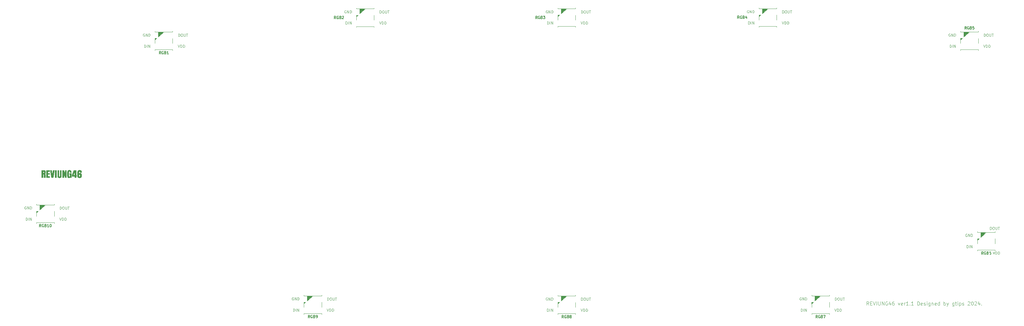
<source format=gto>
G04 #@! TF.GenerationSoftware,KiCad,Pcbnew,8.0.3*
G04 #@! TF.CreationDate,2024-07-31T18:51:57+09:00*
G04 #@! TF.ProjectId,reviung46,72657669-756e-4673-9436-2e6b69636164,ver 0.1*
G04 #@! TF.SameCoordinates,Original*
G04 #@! TF.FileFunction,Legend,Top*
G04 #@! TF.FilePolarity,Positive*
%FSLAX46Y46*%
G04 Gerber Fmt 4.6, Leading zero omitted, Abs format (unit mm)*
G04 Created by KiCad (PCBNEW 8.0.3) date 2024-07-31 18:51:57*
%MOMM*%
%LPD*%
G01*
G04 APERTURE LIST*
%ADD10C,0.100000*%
%ADD11C,0.150000*%
%ADD12C,0.120000*%
%ADD13C,1.750000*%
%ADD14C,3.000000*%
%ADD15C,3.987800*%
%ADD16C,3.048000*%
%ADD17R,2.000000X1.500000*%
%ADD18O,5.500000X2.700000*%
%ADD19C,3.500000*%
%ADD20C,1.524000*%
%ADD21C,2.000000*%
%ADD22C,0.600000*%
%ADD23C,0.900000*%
G04 APERTURE END LIST*
D10*
X267815312Y-108292419D02*
X267481979Y-107816228D01*
X267243884Y-108292419D02*
X267243884Y-107292419D01*
X267243884Y-107292419D02*
X267624836Y-107292419D01*
X267624836Y-107292419D02*
X267720074Y-107340038D01*
X267720074Y-107340038D02*
X267767693Y-107387657D01*
X267767693Y-107387657D02*
X267815312Y-107482895D01*
X267815312Y-107482895D02*
X267815312Y-107625752D01*
X267815312Y-107625752D02*
X267767693Y-107720990D01*
X267767693Y-107720990D02*
X267720074Y-107768609D01*
X267720074Y-107768609D02*
X267624836Y-107816228D01*
X267624836Y-107816228D02*
X267243884Y-107816228D01*
X268243884Y-107768609D02*
X268577217Y-107768609D01*
X268720074Y-108292419D02*
X268243884Y-108292419D01*
X268243884Y-108292419D02*
X268243884Y-107292419D01*
X268243884Y-107292419D02*
X268720074Y-107292419D01*
X269005789Y-107292419D02*
X269339122Y-108292419D01*
X269339122Y-108292419D02*
X269672455Y-107292419D01*
X270005789Y-108292419D02*
X270005789Y-107292419D01*
X270481979Y-107292419D02*
X270481979Y-108101942D01*
X270481979Y-108101942D02*
X270529598Y-108197180D01*
X270529598Y-108197180D02*
X270577217Y-108244800D01*
X270577217Y-108244800D02*
X270672455Y-108292419D01*
X270672455Y-108292419D02*
X270862931Y-108292419D01*
X270862931Y-108292419D02*
X270958169Y-108244800D01*
X270958169Y-108244800D02*
X271005788Y-108197180D01*
X271005788Y-108197180D02*
X271053407Y-108101942D01*
X271053407Y-108101942D02*
X271053407Y-107292419D01*
X271529598Y-108292419D02*
X271529598Y-107292419D01*
X271529598Y-107292419D02*
X272101026Y-108292419D01*
X272101026Y-108292419D02*
X272101026Y-107292419D01*
X273101026Y-107340038D02*
X273005788Y-107292419D01*
X273005788Y-107292419D02*
X272862931Y-107292419D01*
X272862931Y-107292419D02*
X272720074Y-107340038D01*
X272720074Y-107340038D02*
X272624836Y-107435276D01*
X272624836Y-107435276D02*
X272577217Y-107530514D01*
X272577217Y-107530514D02*
X272529598Y-107720990D01*
X272529598Y-107720990D02*
X272529598Y-107863847D01*
X272529598Y-107863847D02*
X272577217Y-108054323D01*
X272577217Y-108054323D02*
X272624836Y-108149561D01*
X272624836Y-108149561D02*
X272720074Y-108244800D01*
X272720074Y-108244800D02*
X272862931Y-108292419D01*
X272862931Y-108292419D02*
X272958169Y-108292419D01*
X272958169Y-108292419D02*
X273101026Y-108244800D01*
X273101026Y-108244800D02*
X273148645Y-108197180D01*
X273148645Y-108197180D02*
X273148645Y-107863847D01*
X273148645Y-107863847D02*
X272958169Y-107863847D01*
X274005788Y-107625752D02*
X274005788Y-108292419D01*
X273767693Y-107244800D02*
X273529598Y-107959085D01*
X273529598Y-107959085D02*
X274148645Y-107959085D01*
X274958169Y-107292419D02*
X274767693Y-107292419D01*
X274767693Y-107292419D02*
X274672455Y-107340038D01*
X274672455Y-107340038D02*
X274624836Y-107387657D01*
X274624836Y-107387657D02*
X274529598Y-107530514D01*
X274529598Y-107530514D02*
X274481979Y-107720990D01*
X274481979Y-107720990D02*
X274481979Y-108101942D01*
X274481979Y-108101942D02*
X274529598Y-108197180D01*
X274529598Y-108197180D02*
X274577217Y-108244800D01*
X274577217Y-108244800D02*
X274672455Y-108292419D01*
X274672455Y-108292419D02*
X274862931Y-108292419D01*
X274862931Y-108292419D02*
X274958169Y-108244800D01*
X274958169Y-108244800D02*
X275005788Y-108197180D01*
X275005788Y-108197180D02*
X275053407Y-108101942D01*
X275053407Y-108101942D02*
X275053407Y-107863847D01*
X275053407Y-107863847D02*
X275005788Y-107768609D01*
X275005788Y-107768609D02*
X274958169Y-107720990D01*
X274958169Y-107720990D02*
X274862931Y-107673371D01*
X274862931Y-107673371D02*
X274672455Y-107673371D01*
X274672455Y-107673371D02*
X274577217Y-107720990D01*
X274577217Y-107720990D02*
X274529598Y-107768609D01*
X274529598Y-107768609D02*
X274481979Y-107863847D01*
X276148646Y-107625752D02*
X276386741Y-108292419D01*
X276386741Y-108292419D02*
X276624836Y-107625752D01*
X277386741Y-108244800D02*
X277291503Y-108292419D01*
X277291503Y-108292419D02*
X277101027Y-108292419D01*
X277101027Y-108292419D02*
X277005789Y-108244800D01*
X277005789Y-108244800D02*
X276958170Y-108149561D01*
X276958170Y-108149561D02*
X276958170Y-107768609D01*
X276958170Y-107768609D02*
X277005789Y-107673371D01*
X277005789Y-107673371D02*
X277101027Y-107625752D01*
X277101027Y-107625752D02*
X277291503Y-107625752D01*
X277291503Y-107625752D02*
X277386741Y-107673371D01*
X277386741Y-107673371D02*
X277434360Y-107768609D01*
X277434360Y-107768609D02*
X277434360Y-107863847D01*
X277434360Y-107863847D02*
X276958170Y-107959085D01*
X277862932Y-108292419D02*
X277862932Y-107625752D01*
X277862932Y-107816228D02*
X277910551Y-107720990D01*
X277910551Y-107720990D02*
X277958170Y-107673371D01*
X277958170Y-107673371D02*
X278053408Y-107625752D01*
X278053408Y-107625752D02*
X278148646Y-107625752D01*
X279005789Y-108292419D02*
X278434361Y-108292419D01*
X278720075Y-108292419D02*
X278720075Y-107292419D01*
X278720075Y-107292419D02*
X278624837Y-107435276D01*
X278624837Y-107435276D02*
X278529599Y-107530514D01*
X278529599Y-107530514D02*
X278434361Y-107578133D01*
X279434361Y-108197180D02*
X279481980Y-108244800D01*
X279481980Y-108244800D02*
X279434361Y-108292419D01*
X279434361Y-108292419D02*
X279386742Y-108244800D01*
X279386742Y-108244800D02*
X279434361Y-108197180D01*
X279434361Y-108197180D02*
X279434361Y-108292419D01*
X280434360Y-108292419D02*
X279862932Y-108292419D01*
X280148646Y-108292419D02*
X280148646Y-107292419D01*
X280148646Y-107292419D02*
X280053408Y-107435276D01*
X280053408Y-107435276D02*
X279958170Y-107530514D01*
X279958170Y-107530514D02*
X279862932Y-107578133D01*
X281624837Y-108292419D02*
X281624837Y-107292419D01*
X281624837Y-107292419D02*
X281862932Y-107292419D01*
X281862932Y-107292419D02*
X282005789Y-107340038D01*
X282005789Y-107340038D02*
X282101027Y-107435276D01*
X282101027Y-107435276D02*
X282148646Y-107530514D01*
X282148646Y-107530514D02*
X282196265Y-107720990D01*
X282196265Y-107720990D02*
X282196265Y-107863847D01*
X282196265Y-107863847D02*
X282148646Y-108054323D01*
X282148646Y-108054323D02*
X282101027Y-108149561D01*
X282101027Y-108149561D02*
X282005789Y-108244800D01*
X282005789Y-108244800D02*
X281862932Y-108292419D01*
X281862932Y-108292419D02*
X281624837Y-108292419D01*
X283005789Y-108244800D02*
X282910551Y-108292419D01*
X282910551Y-108292419D02*
X282720075Y-108292419D01*
X282720075Y-108292419D02*
X282624837Y-108244800D01*
X282624837Y-108244800D02*
X282577218Y-108149561D01*
X282577218Y-108149561D02*
X282577218Y-107768609D01*
X282577218Y-107768609D02*
X282624837Y-107673371D01*
X282624837Y-107673371D02*
X282720075Y-107625752D01*
X282720075Y-107625752D02*
X282910551Y-107625752D01*
X282910551Y-107625752D02*
X283005789Y-107673371D01*
X283005789Y-107673371D02*
X283053408Y-107768609D01*
X283053408Y-107768609D02*
X283053408Y-107863847D01*
X283053408Y-107863847D02*
X282577218Y-107959085D01*
X283434361Y-108244800D02*
X283529599Y-108292419D01*
X283529599Y-108292419D02*
X283720075Y-108292419D01*
X283720075Y-108292419D02*
X283815313Y-108244800D01*
X283815313Y-108244800D02*
X283862932Y-108149561D01*
X283862932Y-108149561D02*
X283862932Y-108101942D01*
X283862932Y-108101942D02*
X283815313Y-108006704D01*
X283815313Y-108006704D02*
X283720075Y-107959085D01*
X283720075Y-107959085D02*
X283577218Y-107959085D01*
X283577218Y-107959085D02*
X283481980Y-107911466D01*
X283481980Y-107911466D02*
X283434361Y-107816228D01*
X283434361Y-107816228D02*
X283434361Y-107768609D01*
X283434361Y-107768609D02*
X283481980Y-107673371D01*
X283481980Y-107673371D02*
X283577218Y-107625752D01*
X283577218Y-107625752D02*
X283720075Y-107625752D01*
X283720075Y-107625752D02*
X283815313Y-107673371D01*
X284291504Y-108292419D02*
X284291504Y-107625752D01*
X284291504Y-107292419D02*
X284243885Y-107340038D01*
X284243885Y-107340038D02*
X284291504Y-107387657D01*
X284291504Y-107387657D02*
X284339123Y-107340038D01*
X284339123Y-107340038D02*
X284291504Y-107292419D01*
X284291504Y-107292419D02*
X284291504Y-107387657D01*
X285196265Y-107625752D02*
X285196265Y-108435276D01*
X285196265Y-108435276D02*
X285148646Y-108530514D01*
X285148646Y-108530514D02*
X285101027Y-108578133D01*
X285101027Y-108578133D02*
X285005789Y-108625752D01*
X285005789Y-108625752D02*
X284862932Y-108625752D01*
X284862932Y-108625752D02*
X284767694Y-108578133D01*
X285196265Y-108244800D02*
X285101027Y-108292419D01*
X285101027Y-108292419D02*
X284910551Y-108292419D01*
X284910551Y-108292419D02*
X284815313Y-108244800D01*
X284815313Y-108244800D02*
X284767694Y-108197180D01*
X284767694Y-108197180D02*
X284720075Y-108101942D01*
X284720075Y-108101942D02*
X284720075Y-107816228D01*
X284720075Y-107816228D02*
X284767694Y-107720990D01*
X284767694Y-107720990D02*
X284815313Y-107673371D01*
X284815313Y-107673371D02*
X284910551Y-107625752D01*
X284910551Y-107625752D02*
X285101027Y-107625752D01*
X285101027Y-107625752D02*
X285196265Y-107673371D01*
X285672456Y-107625752D02*
X285672456Y-108292419D01*
X285672456Y-107720990D02*
X285720075Y-107673371D01*
X285720075Y-107673371D02*
X285815313Y-107625752D01*
X285815313Y-107625752D02*
X285958170Y-107625752D01*
X285958170Y-107625752D02*
X286053408Y-107673371D01*
X286053408Y-107673371D02*
X286101027Y-107768609D01*
X286101027Y-107768609D02*
X286101027Y-108292419D01*
X286958170Y-108244800D02*
X286862932Y-108292419D01*
X286862932Y-108292419D02*
X286672456Y-108292419D01*
X286672456Y-108292419D02*
X286577218Y-108244800D01*
X286577218Y-108244800D02*
X286529599Y-108149561D01*
X286529599Y-108149561D02*
X286529599Y-107768609D01*
X286529599Y-107768609D02*
X286577218Y-107673371D01*
X286577218Y-107673371D02*
X286672456Y-107625752D01*
X286672456Y-107625752D02*
X286862932Y-107625752D01*
X286862932Y-107625752D02*
X286958170Y-107673371D01*
X286958170Y-107673371D02*
X287005789Y-107768609D01*
X287005789Y-107768609D02*
X287005789Y-107863847D01*
X287005789Y-107863847D02*
X286529599Y-107959085D01*
X287862932Y-108292419D02*
X287862932Y-107292419D01*
X287862932Y-108244800D02*
X287767694Y-108292419D01*
X287767694Y-108292419D02*
X287577218Y-108292419D01*
X287577218Y-108292419D02*
X287481980Y-108244800D01*
X287481980Y-108244800D02*
X287434361Y-108197180D01*
X287434361Y-108197180D02*
X287386742Y-108101942D01*
X287386742Y-108101942D02*
X287386742Y-107816228D01*
X287386742Y-107816228D02*
X287434361Y-107720990D01*
X287434361Y-107720990D02*
X287481980Y-107673371D01*
X287481980Y-107673371D02*
X287577218Y-107625752D01*
X287577218Y-107625752D02*
X287767694Y-107625752D01*
X287767694Y-107625752D02*
X287862932Y-107673371D01*
X289101028Y-108292419D02*
X289101028Y-107292419D01*
X289101028Y-107673371D02*
X289196266Y-107625752D01*
X289196266Y-107625752D02*
X289386742Y-107625752D01*
X289386742Y-107625752D02*
X289481980Y-107673371D01*
X289481980Y-107673371D02*
X289529599Y-107720990D01*
X289529599Y-107720990D02*
X289577218Y-107816228D01*
X289577218Y-107816228D02*
X289577218Y-108101942D01*
X289577218Y-108101942D02*
X289529599Y-108197180D01*
X289529599Y-108197180D02*
X289481980Y-108244800D01*
X289481980Y-108244800D02*
X289386742Y-108292419D01*
X289386742Y-108292419D02*
X289196266Y-108292419D01*
X289196266Y-108292419D02*
X289101028Y-108244800D01*
X289910552Y-107625752D02*
X290148647Y-108292419D01*
X290386742Y-107625752D02*
X290148647Y-108292419D01*
X290148647Y-108292419D02*
X290053409Y-108530514D01*
X290053409Y-108530514D02*
X290005790Y-108578133D01*
X290005790Y-108578133D02*
X289910552Y-108625752D01*
X291958171Y-107625752D02*
X291958171Y-108435276D01*
X291958171Y-108435276D02*
X291910552Y-108530514D01*
X291910552Y-108530514D02*
X291862933Y-108578133D01*
X291862933Y-108578133D02*
X291767695Y-108625752D01*
X291767695Y-108625752D02*
X291624838Y-108625752D01*
X291624838Y-108625752D02*
X291529600Y-108578133D01*
X291958171Y-108244800D02*
X291862933Y-108292419D01*
X291862933Y-108292419D02*
X291672457Y-108292419D01*
X291672457Y-108292419D02*
X291577219Y-108244800D01*
X291577219Y-108244800D02*
X291529600Y-108197180D01*
X291529600Y-108197180D02*
X291481981Y-108101942D01*
X291481981Y-108101942D02*
X291481981Y-107816228D01*
X291481981Y-107816228D02*
X291529600Y-107720990D01*
X291529600Y-107720990D02*
X291577219Y-107673371D01*
X291577219Y-107673371D02*
X291672457Y-107625752D01*
X291672457Y-107625752D02*
X291862933Y-107625752D01*
X291862933Y-107625752D02*
X291958171Y-107673371D01*
X292291505Y-107625752D02*
X292672457Y-107625752D01*
X292434362Y-107292419D02*
X292434362Y-108149561D01*
X292434362Y-108149561D02*
X292481981Y-108244800D01*
X292481981Y-108244800D02*
X292577219Y-108292419D01*
X292577219Y-108292419D02*
X292672457Y-108292419D01*
X293005791Y-108292419D02*
X293005791Y-107625752D01*
X293005791Y-107292419D02*
X292958172Y-107340038D01*
X292958172Y-107340038D02*
X293005791Y-107387657D01*
X293005791Y-107387657D02*
X293053410Y-107340038D01*
X293053410Y-107340038D02*
X293005791Y-107292419D01*
X293005791Y-107292419D02*
X293005791Y-107387657D01*
X293481981Y-107625752D02*
X293481981Y-108625752D01*
X293481981Y-107673371D02*
X293577219Y-107625752D01*
X293577219Y-107625752D02*
X293767695Y-107625752D01*
X293767695Y-107625752D02*
X293862933Y-107673371D01*
X293862933Y-107673371D02*
X293910552Y-107720990D01*
X293910552Y-107720990D02*
X293958171Y-107816228D01*
X293958171Y-107816228D02*
X293958171Y-108101942D01*
X293958171Y-108101942D02*
X293910552Y-108197180D01*
X293910552Y-108197180D02*
X293862933Y-108244800D01*
X293862933Y-108244800D02*
X293767695Y-108292419D01*
X293767695Y-108292419D02*
X293577219Y-108292419D01*
X293577219Y-108292419D02*
X293481981Y-108244800D01*
X294339124Y-108244800D02*
X294434362Y-108292419D01*
X294434362Y-108292419D02*
X294624838Y-108292419D01*
X294624838Y-108292419D02*
X294720076Y-108244800D01*
X294720076Y-108244800D02*
X294767695Y-108149561D01*
X294767695Y-108149561D02*
X294767695Y-108101942D01*
X294767695Y-108101942D02*
X294720076Y-108006704D01*
X294720076Y-108006704D02*
X294624838Y-107959085D01*
X294624838Y-107959085D02*
X294481981Y-107959085D01*
X294481981Y-107959085D02*
X294386743Y-107911466D01*
X294386743Y-107911466D02*
X294339124Y-107816228D01*
X294339124Y-107816228D02*
X294339124Y-107768609D01*
X294339124Y-107768609D02*
X294386743Y-107673371D01*
X294386743Y-107673371D02*
X294481981Y-107625752D01*
X294481981Y-107625752D02*
X294624838Y-107625752D01*
X294624838Y-107625752D02*
X294720076Y-107673371D01*
X295910553Y-107387657D02*
X295958172Y-107340038D01*
X295958172Y-107340038D02*
X296053410Y-107292419D01*
X296053410Y-107292419D02*
X296291505Y-107292419D01*
X296291505Y-107292419D02*
X296386743Y-107340038D01*
X296386743Y-107340038D02*
X296434362Y-107387657D01*
X296434362Y-107387657D02*
X296481981Y-107482895D01*
X296481981Y-107482895D02*
X296481981Y-107578133D01*
X296481981Y-107578133D02*
X296434362Y-107720990D01*
X296434362Y-107720990D02*
X295862934Y-108292419D01*
X295862934Y-108292419D02*
X296481981Y-108292419D01*
X297101029Y-107292419D02*
X297196267Y-107292419D01*
X297196267Y-107292419D02*
X297291505Y-107340038D01*
X297291505Y-107340038D02*
X297339124Y-107387657D01*
X297339124Y-107387657D02*
X297386743Y-107482895D01*
X297386743Y-107482895D02*
X297434362Y-107673371D01*
X297434362Y-107673371D02*
X297434362Y-107911466D01*
X297434362Y-107911466D02*
X297386743Y-108101942D01*
X297386743Y-108101942D02*
X297339124Y-108197180D01*
X297339124Y-108197180D02*
X297291505Y-108244800D01*
X297291505Y-108244800D02*
X297196267Y-108292419D01*
X297196267Y-108292419D02*
X297101029Y-108292419D01*
X297101029Y-108292419D02*
X297005791Y-108244800D01*
X297005791Y-108244800D02*
X296958172Y-108197180D01*
X296958172Y-108197180D02*
X296910553Y-108101942D01*
X296910553Y-108101942D02*
X296862934Y-107911466D01*
X296862934Y-107911466D02*
X296862934Y-107673371D01*
X296862934Y-107673371D02*
X296910553Y-107482895D01*
X296910553Y-107482895D02*
X296958172Y-107387657D01*
X296958172Y-107387657D02*
X297005791Y-107340038D01*
X297005791Y-107340038D02*
X297101029Y-107292419D01*
X297815315Y-107387657D02*
X297862934Y-107340038D01*
X297862934Y-107340038D02*
X297958172Y-107292419D01*
X297958172Y-107292419D02*
X298196267Y-107292419D01*
X298196267Y-107292419D02*
X298291505Y-107340038D01*
X298291505Y-107340038D02*
X298339124Y-107387657D01*
X298339124Y-107387657D02*
X298386743Y-107482895D01*
X298386743Y-107482895D02*
X298386743Y-107578133D01*
X298386743Y-107578133D02*
X298339124Y-107720990D01*
X298339124Y-107720990D02*
X297767696Y-108292419D01*
X297767696Y-108292419D02*
X298386743Y-108292419D01*
X299243886Y-107625752D02*
X299243886Y-108292419D01*
X299005791Y-107244800D02*
X298767696Y-107959085D01*
X298767696Y-107959085D02*
X299386743Y-107959085D01*
X299767696Y-108197180D02*
X299815315Y-108244800D01*
X299815315Y-108244800D02*
X299767696Y-108292419D01*
X299767696Y-108292419D02*
X299720077Y-108244800D01*
X299720077Y-108244800D02*
X299767696Y-108197180D01*
X299767696Y-108197180D02*
X299767696Y-108292419D01*
G36*
X33986063Y-69978453D02*
G01*
X34081594Y-70002847D01*
X34169407Y-70048948D01*
X34209089Y-70083935D01*
X34264103Y-70168146D01*
X34282850Y-70216803D01*
X34308038Y-70315416D01*
X34317533Y-70382889D01*
X34324012Y-70481047D01*
X34325837Y-70584145D01*
X34324003Y-70682796D01*
X34323883Y-70685261D01*
X34308740Y-70784424D01*
X34275481Y-70878992D01*
X34272592Y-70884075D01*
X34207591Y-70957405D01*
X34201762Y-70962233D01*
X34115501Y-71011332D01*
X34086967Y-71021339D01*
X34181031Y-71055373D01*
X34198342Y-71067257D01*
X34258878Y-71144193D01*
X34261357Y-71150300D01*
X34287735Y-71241646D01*
X34294574Y-71335924D01*
X34294527Y-71435302D01*
X34294317Y-71560686D01*
X34293939Y-71677934D01*
X34293393Y-71787046D01*
X34292680Y-71888021D01*
X34291551Y-72002799D01*
X34290161Y-72104863D01*
X34289200Y-72160000D01*
X33816346Y-72160000D01*
X33816346Y-71306615D01*
X33806088Y-71226015D01*
X33767498Y-71182540D01*
X33713276Y-71166908D01*
X33633653Y-71163977D01*
X33633653Y-71281671D01*
X33633653Y-71382830D01*
X33633653Y-71515114D01*
X33633653Y-71634753D01*
X33633653Y-71771901D01*
X33633653Y-71873059D01*
X33633653Y-71981999D01*
X33633653Y-72098721D01*
X33633653Y-72160000D01*
X33144678Y-72160000D01*
X33144678Y-70784912D01*
X33636584Y-70784912D01*
X33757240Y-70784912D01*
X33835052Y-70721388D01*
X33852625Y-70620024D01*
X33853471Y-70584145D01*
X33846178Y-70485877D01*
X33815369Y-70413663D01*
X33721176Y-70379475D01*
X33662473Y-70376538D01*
X33636584Y-70376538D01*
X33636584Y-70784912D01*
X33144678Y-70784912D01*
X33144678Y-69971584D01*
X33886200Y-69971584D01*
X33986063Y-69978453D01*
G37*
G36*
X34506577Y-72160000D02*
G01*
X34506577Y-69971584D01*
X35473778Y-69971584D01*
X35473778Y-70396078D01*
X34998482Y-70396078D01*
X34998482Y-70823503D01*
X35454239Y-70823503D01*
X35454239Y-71234319D01*
X34998482Y-71234319D01*
X34998482Y-71732575D01*
X35505041Y-71732575D01*
X35505041Y-72160000D01*
X34506577Y-72160000D01*
G37*
G36*
X36535258Y-72160000D02*
G01*
X35875802Y-72160000D01*
X35577337Y-69971584D01*
X36065334Y-69971584D01*
X36201133Y-71422386D01*
X36345725Y-69971584D01*
X36833234Y-69971584D01*
X36535258Y-72160000D01*
G37*
G36*
X36958775Y-72160000D02*
G01*
X36958775Y-69971584D01*
X37425767Y-69971584D01*
X37425767Y-72160000D01*
X36958775Y-72160000D01*
G37*
G36*
X37653401Y-71586029D02*
G01*
X37653401Y-69971584D01*
X38123325Y-69971584D01*
X38123325Y-71537669D01*
X38123325Y-71547438D01*
X38123813Y-71603614D01*
X38130652Y-71659790D01*
X38148237Y-71716454D01*
X38183408Y-71752602D01*
X38241050Y-71768234D01*
X38291364Y-71758953D01*
X38325069Y-71729155D01*
X38344609Y-71691053D01*
X38354867Y-71641716D01*
X38358286Y-71593845D01*
X38359263Y-71547438D01*
X38359263Y-71537669D01*
X38359263Y-69971584D01*
X38829187Y-69971584D01*
X38829187Y-71586029D01*
X38824189Y-71692721D01*
X38809197Y-71789315D01*
X38779073Y-71889246D01*
X38727988Y-71986622D01*
X38687037Y-72038367D01*
X38606040Y-72105808D01*
X38505198Y-72153771D01*
X38400683Y-72179761D01*
X38299005Y-72190168D01*
X38243981Y-72191263D01*
X38134896Y-72186334D01*
X38037351Y-72170449D01*
X37938135Y-72138068D01*
X37843980Y-72082800D01*
X37795551Y-72038367D01*
X37733360Y-71952210D01*
X37693520Y-71862097D01*
X37667283Y-71758239D01*
X37655623Y-71658279D01*
X37653401Y-71586029D01*
G37*
G36*
X40240422Y-69971584D02*
G01*
X40240422Y-72160000D01*
X39767568Y-72160000D01*
X39525767Y-71064815D01*
X39525767Y-72160000D01*
X39053401Y-72160000D01*
X39053401Y-69971584D01*
X39550680Y-69971584D01*
X39772941Y-71018408D01*
X39772941Y-69971584D01*
X40240422Y-69971584D01*
G37*
G36*
X41446004Y-72160000D02*
G01*
X41363450Y-71974375D01*
X41300298Y-72058885D01*
X41223682Y-72122638D01*
X41133603Y-72165634D01*
X41030059Y-72187874D01*
X40964846Y-72191263D01*
X40842228Y-72180585D01*
X40735960Y-72148551D01*
X40646040Y-72095161D01*
X40572470Y-72020415D01*
X40515248Y-71924313D01*
X40474376Y-71806855D01*
X40454450Y-71704747D01*
X40443721Y-71590626D01*
X40441678Y-71507871D01*
X40441678Y-70551416D01*
X40446526Y-70448682D01*
X40462875Y-70347406D01*
X40482711Y-70278841D01*
X40522501Y-70186971D01*
X40580120Y-70103069D01*
X40583827Y-70099078D01*
X40659373Y-70036379D01*
X40729884Y-69998939D01*
X40822449Y-69965279D01*
X40887177Y-69951067D01*
X40985191Y-69941590D01*
X41040561Y-69940321D01*
X41143140Y-69944456D01*
X41224720Y-69954975D01*
X41323185Y-69980721D01*
X41366870Y-69999916D01*
X41451341Y-70052008D01*
X41471894Y-70068304D01*
X41537080Y-70145468D01*
X41546632Y-70162581D01*
X41587637Y-70252429D01*
X41594993Y-70272979D01*
X41618332Y-70371416D01*
X41622836Y-70403893D01*
X41633268Y-70504497D01*
X41636025Y-70547020D01*
X41639111Y-70649449D01*
X41639445Y-70703335D01*
X41177826Y-70703335D01*
X41177826Y-70528946D01*
X41166591Y-70441995D01*
X41135816Y-70393147D01*
X41099668Y-70373607D01*
X41062543Y-70368722D01*
X40996109Y-70379958D01*
X40956053Y-70407313D01*
X40934560Y-70467885D01*
X40926256Y-70549951D01*
X40925294Y-70651518D01*
X40925279Y-70671584D01*
X40925279Y-71523014D01*
X40928698Y-71604591D01*
X40944330Y-71676399D01*
X40984874Y-71735017D01*
X41057170Y-71755045D01*
X41147143Y-71711287D01*
X41153890Y-71697892D01*
X41174460Y-71598172D01*
X41177826Y-71511779D01*
X41177826Y-71257278D01*
X41048866Y-71257278D01*
X41048866Y-70877236D01*
X41634071Y-70877236D01*
X41634071Y-72160000D01*
X41446004Y-72160000D01*
G37*
G36*
X43012090Y-71368653D02*
G01*
X43108321Y-71368653D01*
X43108321Y-71787773D01*
X43012090Y-71787773D01*
X43012090Y-72160000D01*
X42505041Y-72160000D01*
X42505041Y-71787773D01*
X41760589Y-71787773D01*
X41760589Y-71420921D01*
X41777592Y-71370118D01*
X42232955Y-71370118D01*
X42505041Y-71370118D01*
X42505041Y-70375561D01*
X42232955Y-71370118D01*
X41777592Y-71370118D01*
X42245655Y-69971584D01*
X43012090Y-69971584D01*
X43012090Y-71368653D01*
G37*
G36*
X44048900Y-69947648D02*
G01*
X44147547Y-69967826D01*
X44154169Y-69969630D01*
X44251105Y-70002445D01*
X44342246Y-70046852D01*
X44353960Y-70053649D01*
X44434052Y-70113341D01*
X44498473Y-70188918D01*
X44505879Y-70200195D01*
X44547953Y-70290341D01*
X44564268Y-70389502D01*
X44564497Y-70403405D01*
X44564497Y-70659371D01*
X44057449Y-70659371D01*
X44057449Y-70610523D01*
X44056472Y-70544089D01*
X44049633Y-70478143D01*
X44031071Y-70415617D01*
X43994923Y-70373119D01*
X43936793Y-70355045D01*
X43866451Y-70368234D01*
X43822976Y-70398032D01*
X43800994Y-70442484D01*
X43792690Y-70484982D01*
X43792201Y-70525038D01*
X43792201Y-70924619D01*
X43800505Y-70909476D01*
X43828349Y-70874794D01*
X43877686Y-70834249D01*
X43955844Y-70799567D01*
X44055650Y-70784970D01*
X44062822Y-70784912D01*
X44161162Y-70790459D01*
X44261003Y-70810952D01*
X44355471Y-70852863D01*
X44436714Y-70923587D01*
X44451168Y-70942693D01*
X44499467Y-71033399D01*
X44530409Y-71132151D01*
X44548521Y-71231195D01*
X44558871Y-71343531D01*
X44561566Y-71447299D01*
X44559148Y-71549146D01*
X44551133Y-71647827D01*
X44546912Y-71680307D01*
X44526151Y-71781423D01*
X44494709Y-71875333D01*
X44492201Y-71881563D01*
X44444574Y-71972543D01*
X44382780Y-72046182D01*
X44302913Y-72104923D01*
X44214196Y-72146102D01*
X44200087Y-72151207D01*
X44100758Y-72177141D01*
X43996905Y-72189346D01*
X43930931Y-72191263D01*
X43828750Y-72187242D01*
X43729645Y-72174012D01*
X43711113Y-72170258D01*
X43615962Y-72144737D01*
X43545516Y-72116036D01*
X43461159Y-72058860D01*
X43428768Y-72026154D01*
X43369344Y-71943888D01*
X43351587Y-71910872D01*
X43317731Y-71818308D01*
X43306158Y-71769211D01*
X43289786Y-71668308D01*
X43284176Y-71609965D01*
X43279690Y-71510799D01*
X43278803Y-71433621D01*
X43278803Y-71372561D01*
X43792201Y-71372561D01*
X43792201Y-71472765D01*
X43792201Y-71571520D01*
X43792201Y-71584563D01*
X43806516Y-71683015D01*
X43878446Y-71753266D01*
X43913346Y-71757487D01*
X44002076Y-71712018D01*
X44013485Y-71688611D01*
X44029423Y-71589625D01*
X44031559Y-71507383D01*
X44031559Y-71398939D01*
X44020683Y-71297444D01*
X43963581Y-71215685D01*
X43920184Y-71206475D01*
X43828321Y-71242969D01*
X43793326Y-71342879D01*
X43792201Y-71372561D01*
X43278803Y-71372561D01*
X43278803Y-70953928D01*
X43278803Y-70948066D01*
X43278940Y-70849354D01*
X43279551Y-70749154D01*
X43279780Y-70729713D01*
X43284829Y-70630434D01*
X43293457Y-70529923D01*
X43306814Y-70430533D01*
X43330582Y-70335994D01*
X43370691Y-70243296D01*
X43403367Y-70180167D01*
X43460677Y-70099290D01*
X43521092Y-70048764D01*
X43611337Y-70003410D01*
X43698412Y-69973049D01*
X43798763Y-69950676D01*
X43902495Y-69941120D01*
X43945097Y-69940321D01*
X44048900Y-69947648D01*
G37*
D11*
X116624999Y-27004164D02*
X116374999Y-26647021D01*
X116196428Y-27004164D02*
X116196428Y-26254164D01*
X116196428Y-26254164D02*
X116482142Y-26254164D01*
X116482142Y-26254164D02*
X116553571Y-26289878D01*
X116553571Y-26289878D02*
X116589285Y-26325592D01*
X116589285Y-26325592D02*
X116624999Y-26397021D01*
X116624999Y-26397021D02*
X116624999Y-26504164D01*
X116624999Y-26504164D02*
X116589285Y-26575592D01*
X116589285Y-26575592D02*
X116553571Y-26611307D01*
X116553571Y-26611307D02*
X116482142Y-26647021D01*
X116482142Y-26647021D02*
X116196428Y-26647021D01*
X117339285Y-26289878D02*
X117267857Y-26254164D01*
X117267857Y-26254164D02*
X117160714Y-26254164D01*
X117160714Y-26254164D02*
X117053571Y-26289878D01*
X117053571Y-26289878D02*
X116982142Y-26361307D01*
X116982142Y-26361307D02*
X116946428Y-26432735D01*
X116946428Y-26432735D02*
X116910714Y-26575592D01*
X116910714Y-26575592D02*
X116910714Y-26682735D01*
X116910714Y-26682735D02*
X116946428Y-26825592D01*
X116946428Y-26825592D02*
X116982142Y-26897021D01*
X116982142Y-26897021D02*
X117053571Y-26968450D01*
X117053571Y-26968450D02*
X117160714Y-27004164D01*
X117160714Y-27004164D02*
X117232142Y-27004164D01*
X117232142Y-27004164D02*
X117339285Y-26968450D01*
X117339285Y-26968450D02*
X117374999Y-26932735D01*
X117374999Y-26932735D02*
X117374999Y-26682735D01*
X117374999Y-26682735D02*
X117232142Y-26682735D01*
X117946428Y-26611307D02*
X118053571Y-26647021D01*
X118053571Y-26647021D02*
X118089285Y-26682735D01*
X118089285Y-26682735D02*
X118124999Y-26754164D01*
X118124999Y-26754164D02*
X118124999Y-26861307D01*
X118124999Y-26861307D02*
X118089285Y-26932735D01*
X118089285Y-26932735D02*
X118053571Y-26968450D01*
X118053571Y-26968450D02*
X117982142Y-27004164D01*
X117982142Y-27004164D02*
X117696428Y-27004164D01*
X117696428Y-27004164D02*
X117696428Y-26254164D01*
X117696428Y-26254164D02*
X117946428Y-26254164D01*
X117946428Y-26254164D02*
X118017857Y-26289878D01*
X118017857Y-26289878D02*
X118053571Y-26325592D01*
X118053571Y-26325592D02*
X118089285Y-26397021D01*
X118089285Y-26397021D02*
X118089285Y-26468450D01*
X118089285Y-26468450D02*
X118053571Y-26539878D01*
X118053571Y-26539878D02*
X118017857Y-26575592D01*
X118017857Y-26575592D02*
X117946428Y-26611307D01*
X117946428Y-26611307D02*
X117696428Y-26611307D01*
X118410714Y-26325592D02*
X118446428Y-26289878D01*
X118446428Y-26289878D02*
X118517857Y-26254164D01*
X118517857Y-26254164D02*
X118696428Y-26254164D01*
X118696428Y-26254164D02*
X118767857Y-26289878D01*
X118767857Y-26289878D02*
X118803571Y-26325592D01*
X118803571Y-26325592D02*
X118839285Y-26397021D01*
X118839285Y-26397021D02*
X118839285Y-26468450D01*
X118839285Y-26468450D02*
X118803571Y-26575592D01*
X118803571Y-26575592D02*
X118374999Y-27004164D01*
X118374999Y-27004164D02*
X118839285Y-27004164D01*
D10*
X119483571Y-24652478D02*
X119412143Y-24616764D01*
X119412143Y-24616764D02*
X119305000Y-24616764D01*
X119305000Y-24616764D02*
X119197857Y-24652478D01*
X119197857Y-24652478D02*
X119126428Y-24723907D01*
X119126428Y-24723907D02*
X119090714Y-24795335D01*
X119090714Y-24795335D02*
X119055000Y-24938192D01*
X119055000Y-24938192D02*
X119055000Y-25045335D01*
X119055000Y-25045335D02*
X119090714Y-25188192D01*
X119090714Y-25188192D02*
X119126428Y-25259621D01*
X119126428Y-25259621D02*
X119197857Y-25331050D01*
X119197857Y-25331050D02*
X119305000Y-25366764D01*
X119305000Y-25366764D02*
X119376428Y-25366764D01*
X119376428Y-25366764D02*
X119483571Y-25331050D01*
X119483571Y-25331050D02*
X119519285Y-25295335D01*
X119519285Y-25295335D02*
X119519285Y-25045335D01*
X119519285Y-25045335D02*
X119376428Y-25045335D01*
X119840714Y-25366764D02*
X119840714Y-24616764D01*
X119840714Y-24616764D02*
X120269285Y-25366764D01*
X120269285Y-25366764D02*
X120269285Y-24616764D01*
X120626428Y-25366764D02*
X120626428Y-24616764D01*
X120626428Y-24616764D02*
X120804999Y-24616764D01*
X120804999Y-24616764D02*
X120912142Y-24652478D01*
X120912142Y-24652478D02*
X120983571Y-24723907D01*
X120983571Y-24723907D02*
X121019285Y-24795335D01*
X121019285Y-24795335D02*
X121054999Y-24938192D01*
X121054999Y-24938192D02*
X121054999Y-25045335D01*
X121054999Y-25045335D02*
X121019285Y-25188192D01*
X121019285Y-25188192D02*
X120983571Y-25259621D01*
X120983571Y-25259621D02*
X120912142Y-25331050D01*
X120912142Y-25331050D02*
X120804999Y-25366764D01*
X120804999Y-25366764D02*
X120626428Y-25366764D01*
X119437143Y-28556764D02*
X119437143Y-27806764D01*
X119437143Y-27806764D02*
X119615714Y-27806764D01*
X119615714Y-27806764D02*
X119722857Y-27842478D01*
X119722857Y-27842478D02*
X119794286Y-27913907D01*
X119794286Y-27913907D02*
X119830000Y-27985335D01*
X119830000Y-27985335D02*
X119865714Y-28128192D01*
X119865714Y-28128192D02*
X119865714Y-28235335D01*
X119865714Y-28235335D02*
X119830000Y-28378192D01*
X119830000Y-28378192D02*
X119794286Y-28449621D01*
X119794286Y-28449621D02*
X119722857Y-28521050D01*
X119722857Y-28521050D02*
X119615714Y-28556764D01*
X119615714Y-28556764D02*
X119437143Y-28556764D01*
X120187143Y-28556764D02*
X120187143Y-27806764D01*
X120544286Y-28556764D02*
X120544286Y-27806764D01*
X120544286Y-27806764D02*
X120972857Y-28556764D01*
X120972857Y-28556764D02*
X120972857Y-27806764D01*
X128955000Y-27806764D02*
X129205000Y-28556764D01*
X129205000Y-28556764D02*
X129455000Y-27806764D01*
X129705000Y-28556764D02*
X129705000Y-27806764D01*
X129705000Y-27806764D02*
X129883571Y-27806764D01*
X129883571Y-27806764D02*
X129990714Y-27842478D01*
X129990714Y-27842478D02*
X130062143Y-27913907D01*
X130062143Y-27913907D02*
X130097857Y-27985335D01*
X130097857Y-27985335D02*
X130133571Y-28128192D01*
X130133571Y-28128192D02*
X130133571Y-28235335D01*
X130133571Y-28235335D02*
X130097857Y-28378192D01*
X130097857Y-28378192D02*
X130062143Y-28449621D01*
X130062143Y-28449621D02*
X129990714Y-28521050D01*
X129990714Y-28521050D02*
X129883571Y-28556764D01*
X129883571Y-28556764D02*
X129705000Y-28556764D01*
X130455000Y-28556764D02*
X130455000Y-27806764D01*
X130455000Y-27806764D02*
X130633571Y-27806764D01*
X130633571Y-27806764D02*
X130740714Y-27842478D01*
X130740714Y-27842478D02*
X130812143Y-27913907D01*
X130812143Y-27913907D02*
X130847857Y-27985335D01*
X130847857Y-27985335D02*
X130883571Y-28128192D01*
X130883571Y-28128192D02*
X130883571Y-28235335D01*
X130883571Y-28235335D02*
X130847857Y-28378192D01*
X130847857Y-28378192D02*
X130812143Y-28449621D01*
X130812143Y-28449621D02*
X130740714Y-28521050D01*
X130740714Y-28521050D02*
X130633571Y-28556764D01*
X130633571Y-28556764D02*
X130455000Y-28556764D01*
X129087143Y-25406764D02*
X129087143Y-24656764D01*
X129087143Y-24656764D02*
X129265714Y-24656764D01*
X129265714Y-24656764D02*
X129372857Y-24692478D01*
X129372857Y-24692478D02*
X129444286Y-24763907D01*
X129444286Y-24763907D02*
X129480000Y-24835335D01*
X129480000Y-24835335D02*
X129515714Y-24978192D01*
X129515714Y-24978192D02*
X129515714Y-25085335D01*
X129515714Y-25085335D02*
X129480000Y-25228192D01*
X129480000Y-25228192D02*
X129444286Y-25299621D01*
X129444286Y-25299621D02*
X129372857Y-25371050D01*
X129372857Y-25371050D02*
X129265714Y-25406764D01*
X129265714Y-25406764D02*
X129087143Y-25406764D01*
X129980000Y-24656764D02*
X130122857Y-24656764D01*
X130122857Y-24656764D02*
X130194286Y-24692478D01*
X130194286Y-24692478D02*
X130265714Y-24763907D01*
X130265714Y-24763907D02*
X130301429Y-24906764D01*
X130301429Y-24906764D02*
X130301429Y-25156764D01*
X130301429Y-25156764D02*
X130265714Y-25299621D01*
X130265714Y-25299621D02*
X130194286Y-25371050D01*
X130194286Y-25371050D02*
X130122857Y-25406764D01*
X130122857Y-25406764D02*
X129980000Y-25406764D01*
X129980000Y-25406764D02*
X129908572Y-25371050D01*
X129908572Y-25371050D02*
X129837143Y-25299621D01*
X129837143Y-25299621D02*
X129801429Y-25156764D01*
X129801429Y-25156764D02*
X129801429Y-24906764D01*
X129801429Y-24906764D02*
X129837143Y-24763907D01*
X129837143Y-24763907D02*
X129908572Y-24692478D01*
X129908572Y-24692478D02*
X129980000Y-24656764D01*
X130622857Y-24656764D02*
X130622857Y-25263907D01*
X130622857Y-25263907D02*
X130658571Y-25335335D01*
X130658571Y-25335335D02*
X130694286Y-25371050D01*
X130694286Y-25371050D02*
X130765714Y-25406764D01*
X130765714Y-25406764D02*
X130908571Y-25406764D01*
X130908571Y-25406764D02*
X130980000Y-25371050D01*
X130980000Y-25371050D02*
X131015714Y-25335335D01*
X131015714Y-25335335D02*
X131051428Y-25263907D01*
X131051428Y-25263907D02*
X131051428Y-24656764D01*
X131301428Y-24656764D02*
X131730000Y-24656764D01*
X131515714Y-25406764D02*
X131515714Y-24656764D01*
D11*
X300249999Y-93869164D02*
X299999999Y-93512021D01*
X299821428Y-93869164D02*
X299821428Y-93119164D01*
X299821428Y-93119164D02*
X300107142Y-93119164D01*
X300107142Y-93119164D02*
X300178571Y-93154878D01*
X300178571Y-93154878D02*
X300214285Y-93190592D01*
X300214285Y-93190592D02*
X300249999Y-93262021D01*
X300249999Y-93262021D02*
X300249999Y-93369164D01*
X300249999Y-93369164D02*
X300214285Y-93440592D01*
X300214285Y-93440592D02*
X300178571Y-93476307D01*
X300178571Y-93476307D02*
X300107142Y-93512021D01*
X300107142Y-93512021D02*
X299821428Y-93512021D01*
X300964285Y-93154878D02*
X300892857Y-93119164D01*
X300892857Y-93119164D02*
X300785714Y-93119164D01*
X300785714Y-93119164D02*
X300678571Y-93154878D01*
X300678571Y-93154878D02*
X300607142Y-93226307D01*
X300607142Y-93226307D02*
X300571428Y-93297735D01*
X300571428Y-93297735D02*
X300535714Y-93440592D01*
X300535714Y-93440592D02*
X300535714Y-93547735D01*
X300535714Y-93547735D02*
X300571428Y-93690592D01*
X300571428Y-93690592D02*
X300607142Y-93762021D01*
X300607142Y-93762021D02*
X300678571Y-93833450D01*
X300678571Y-93833450D02*
X300785714Y-93869164D01*
X300785714Y-93869164D02*
X300857142Y-93869164D01*
X300857142Y-93869164D02*
X300964285Y-93833450D01*
X300964285Y-93833450D02*
X300999999Y-93797735D01*
X300999999Y-93797735D02*
X300999999Y-93547735D01*
X300999999Y-93547735D02*
X300857142Y-93547735D01*
X301571428Y-93476307D02*
X301678571Y-93512021D01*
X301678571Y-93512021D02*
X301714285Y-93547735D01*
X301714285Y-93547735D02*
X301749999Y-93619164D01*
X301749999Y-93619164D02*
X301749999Y-93726307D01*
X301749999Y-93726307D02*
X301714285Y-93797735D01*
X301714285Y-93797735D02*
X301678571Y-93833450D01*
X301678571Y-93833450D02*
X301607142Y-93869164D01*
X301607142Y-93869164D02*
X301321428Y-93869164D01*
X301321428Y-93869164D02*
X301321428Y-93119164D01*
X301321428Y-93119164D02*
X301571428Y-93119164D01*
X301571428Y-93119164D02*
X301642857Y-93154878D01*
X301642857Y-93154878D02*
X301678571Y-93190592D01*
X301678571Y-93190592D02*
X301714285Y-93262021D01*
X301714285Y-93262021D02*
X301714285Y-93333450D01*
X301714285Y-93333450D02*
X301678571Y-93404878D01*
X301678571Y-93404878D02*
X301642857Y-93440592D01*
X301642857Y-93440592D02*
X301571428Y-93476307D01*
X301571428Y-93476307D02*
X301321428Y-93476307D01*
X302392857Y-93119164D02*
X302249999Y-93119164D01*
X302249999Y-93119164D02*
X302178571Y-93154878D01*
X302178571Y-93154878D02*
X302142857Y-93190592D01*
X302142857Y-93190592D02*
X302071428Y-93297735D01*
X302071428Y-93297735D02*
X302035714Y-93440592D01*
X302035714Y-93440592D02*
X302035714Y-93726307D01*
X302035714Y-93726307D02*
X302071428Y-93797735D01*
X302071428Y-93797735D02*
X302107142Y-93833450D01*
X302107142Y-93833450D02*
X302178571Y-93869164D01*
X302178571Y-93869164D02*
X302321428Y-93869164D01*
X302321428Y-93869164D02*
X302392857Y-93833450D01*
X302392857Y-93833450D02*
X302428571Y-93797735D01*
X302428571Y-93797735D02*
X302464285Y-93726307D01*
X302464285Y-93726307D02*
X302464285Y-93547735D01*
X302464285Y-93547735D02*
X302428571Y-93476307D01*
X302428571Y-93476307D02*
X302392857Y-93440592D01*
X302392857Y-93440592D02*
X302321428Y-93404878D01*
X302321428Y-93404878D02*
X302178571Y-93404878D01*
X302178571Y-93404878D02*
X302107142Y-93440592D01*
X302107142Y-93440592D02*
X302071428Y-93476307D01*
X302071428Y-93476307D02*
X302035714Y-93547735D01*
D10*
X295607143Y-92021764D02*
X295607143Y-91271764D01*
X295607143Y-91271764D02*
X295785714Y-91271764D01*
X295785714Y-91271764D02*
X295892857Y-91307478D01*
X295892857Y-91307478D02*
X295964286Y-91378907D01*
X295964286Y-91378907D02*
X296000000Y-91450335D01*
X296000000Y-91450335D02*
X296035714Y-91593192D01*
X296035714Y-91593192D02*
X296035714Y-91700335D01*
X296035714Y-91700335D02*
X296000000Y-91843192D01*
X296000000Y-91843192D02*
X295964286Y-91914621D01*
X295964286Y-91914621D02*
X295892857Y-91986050D01*
X295892857Y-91986050D02*
X295785714Y-92021764D01*
X295785714Y-92021764D02*
X295607143Y-92021764D01*
X296357143Y-92021764D02*
X296357143Y-91271764D01*
X296714286Y-92021764D02*
X296714286Y-91271764D01*
X296714286Y-91271764D02*
X297142857Y-92021764D01*
X297142857Y-92021764D02*
X297142857Y-91271764D01*
X295653571Y-88117478D02*
X295582143Y-88081764D01*
X295582143Y-88081764D02*
X295475000Y-88081764D01*
X295475000Y-88081764D02*
X295367857Y-88117478D01*
X295367857Y-88117478D02*
X295296428Y-88188907D01*
X295296428Y-88188907D02*
X295260714Y-88260335D01*
X295260714Y-88260335D02*
X295225000Y-88403192D01*
X295225000Y-88403192D02*
X295225000Y-88510335D01*
X295225000Y-88510335D02*
X295260714Y-88653192D01*
X295260714Y-88653192D02*
X295296428Y-88724621D01*
X295296428Y-88724621D02*
X295367857Y-88796050D01*
X295367857Y-88796050D02*
X295475000Y-88831764D01*
X295475000Y-88831764D02*
X295546428Y-88831764D01*
X295546428Y-88831764D02*
X295653571Y-88796050D01*
X295653571Y-88796050D02*
X295689285Y-88760335D01*
X295689285Y-88760335D02*
X295689285Y-88510335D01*
X295689285Y-88510335D02*
X295546428Y-88510335D01*
X296010714Y-88831764D02*
X296010714Y-88081764D01*
X296010714Y-88081764D02*
X296439285Y-88831764D01*
X296439285Y-88831764D02*
X296439285Y-88081764D01*
X296796428Y-88831764D02*
X296796428Y-88081764D01*
X296796428Y-88081764D02*
X296974999Y-88081764D01*
X296974999Y-88081764D02*
X297082142Y-88117478D01*
X297082142Y-88117478D02*
X297153571Y-88188907D01*
X297153571Y-88188907D02*
X297189285Y-88260335D01*
X297189285Y-88260335D02*
X297224999Y-88403192D01*
X297224999Y-88403192D02*
X297224999Y-88510335D01*
X297224999Y-88510335D02*
X297189285Y-88653192D01*
X297189285Y-88653192D02*
X297153571Y-88724621D01*
X297153571Y-88724621D02*
X297082142Y-88796050D01*
X297082142Y-88796050D02*
X296974999Y-88831764D01*
X296974999Y-88831764D02*
X296796428Y-88831764D01*
X302232143Y-86841764D02*
X302232143Y-86091764D01*
X302232143Y-86091764D02*
X302410714Y-86091764D01*
X302410714Y-86091764D02*
X302517857Y-86127478D01*
X302517857Y-86127478D02*
X302589286Y-86198907D01*
X302589286Y-86198907D02*
X302625000Y-86270335D01*
X302625000Y-86270335D02*
X302660714Y-86413192D01*
X302660714Y-86413192D02*
X302660714Y-86520335D01*
X302660714Y-86520335D02*
X302625000Y-86663192D01*
X302625000Y-86663192D02*
X302589286Y-86734621D01*
X302589286Y-86734621D02*
X302517857Y-86806050D01*
X302517857Y-86806050D02*
X302410714Y-86841764D01*
X302410714Y-86841764D02*
X302232143Y-86841764D01*
X303125000Y-86091764D02*
X303267857Y-86091764D01*
X303267857Y-86091764D02*
X303339286Y-86127478D01*
X303339286Y-86127478D02*
X303410714Y-86198907D01*
X303410714Y-86198907D02*
X303446429Y-86341764D01*
X303446429Y-86341764D02*
X303446429Y-86591764D01*
X303446429Y-86591764D02*
X303410714Y-86734621D01*
X303410714Y-86734621D02*
X303339286Y-86806050D01*
X303339286Y-86806050D02*
X303267857Y-86841764D01*
X303267857Y-86841764D02*
X303125000Y-86841764D01*
X303125000Y-86841764D02*
X303053572Y-86806050D01*
X303053572Y-86806050D02*
X302982143Y-86734621D01*
X302982143Y-86734621D02*
X302946429Y-86591764D01*
X302946429Y-86591764D02*
X302946429Y-86341764D01*
X302946429Y-86341764D02*
X302982143Y-86198907D01*
X302982143Y-86198907D02*
X303053572Y-86127478D01*
X303053572Y-86127478D02*
X303125000Y-86091764D01*
X303767857Y-86091764D02*
X303767857Y-86698907D01*
X303767857Y-86698907D02*
X303803571Y-86770335D01*
X303803571Y-86770335D02*
X303839286Y-86806050D01*
X303839286Y-86806050D02*
X303910714Y-86841764D01*
X303910714Y-86841764D02*
X304053571Y-86841764D01*
X304053571Y-86841764D02*
X304125000Y-86806050D01*
X304125000Y-86806050D02*
X304160714Y-86770335D01*
X304160714Y-86770335D02*
X304196428Y-86698907D01*
X304196428Y-86698907D02*
X304196428Y-86091764D01*
X304446428Y-86091764D02*
X304875000Y-86091764D01*
X304660714Y-86841764D02*
X304660714Y-86091764D01*
X303000000Y-93091764D02*
X303250000Y-93841764D01*
X303250000Y-93841764D02*
X303500000Y-93091764D01*
X303750000Y-93841764D02*
X303750000Y-93091764D01*
X303750000Y-93091764D02*
X303928571Y-93091764D01*
X303928571Y-93091764D02*
X304035714Y-93127478D01*
X304035714Y-93127478D02*
X304107143Y-93198907D01*
X304107143Y-93198907D02*
X304142857Y-93270335D01*
X304142857Y-93270335D02*
X304178571Y-93413192D01*
X304178571Y-93413192D02*
X304178571Y-93520335D01*
X304178571Y-93520335D02*
X304142857Y-93663192D01*
X304142857Y-93663192D02*
X304107143Y-93734621D01*
X304107143Y-93734621D02*
X304035714Y-93806050D01*
X304035714Y-93806050D02*
X303928571Y-93841764D01*
X303928571Y-93841764D02*
X303750000Y-93841764D01*
X304500000Y-93841764D02*
X304500000Y-93091764D01*
X304500000Y-93091764D02*
X304678571Y-93091764D01*
X304678571Y-93091764D02*
X304785714Y-93127478D01*
X304785714Y-93127478D02*
X304857143Y-93198907D01*
X304857143Y-93198907D02*
X304892857Y-93270335D01*
X304892857Y-93270335D02*
X304928571Y-93413192D01*
X304928571Y-93413192D02*
X304928571Y-93520335D01*
X304928571Y-93520335D02*
X304892857Y-93663192D01*
X304892857Y-93663192D02*
X304857143Y-93734621D01*
X304857143Y-93734621D02*
X304785714Y-93806050D01*
X304785714Y-93806050D02*
X304678571Y-93841764D01*
X304678571Y-93841764D02*
X304500000Y-93841764D01*
D11*
X66954999Y-36999164D02*
X66704999Y-36642021D01*
X66526428Y-36999164D02*
X66526428Y-36249164D01*
X66526428Y-36249164D02*
X66812142Y-36249164D01*
X66812142Y-36249164D02*
X66883571Y-36284878D01*
X66883571Y-36284878D02*
X66919285Y-36320592D01*
X66919285Y-36320592D02*
X66954999Y-36392021D01*
X66954999Y-36392021D02*
X66954999Y-36499164D01*
X66954999Y-36499164D02*
X66919285Y-36570592D01*
X66919285Y-36570592D02*
X66883571Y-36606307D01*
X66883571Y-36606307D02*
X66812142Y-36642021D01*
X66812142Y-36642021D02*
X66526428Y-36642021D01*
X67669285Y-36284878D02*
X67597857Y-36249164D01*
X67597857Y-36249164D02*
X67490714Y-36249164D01*
X67490714Y-36249164D02*
X67383571Y-36284878D01*
X67383571Y-36284878D02*
X67312142Y-36356307D01*
X67312142Y-36356307D02*
X67276428Y-36427735D01*
X67276428Y-36427735D02*
X67240714Y-36570592D01*
X67240714Y-36570592D02*
X67240714Y-36677735D01*
X67240714Y-36677735D02*
X67276428Y-36820592D01*
X67276428Y-36820592D02*
X67312142Y-36892021D01*
X67312142Y-36892021D02*
X67383571Y-36963450D01*
X67383571Y-36963450D02*
X67490714Y-36999164D01*
X67490714Y-36999164D02*
X67562142Y-36999164D01*
X67562142Y-36999164D02*
X67669285Y-36963450D01*
X67669285Y-36963450D02*
X67704999Y-36927735D01*
X67704999Y-36927735D02*
X67704999Y-36677735D01*
X67704999Y-36677735D02*
X67562142Y-36677735D01*
X68276428Y-36606307D02*
X68383571Y-36642021D01*
X68383571Y-36642021D02*
X68419285Y-36677735D01*
X68419285Y-36677735D02*
X68454999Y-36749164D01*
X68454999Y-36749164D02*
X68454999Y-36856307D01*
X68454999Y-36856307D02*
X68419285Y-36927735D01*
X68419285Y-36927735D02*
X68383571Y-36963450D01*
X68383571Y-36963450D02*
X68312142Y-36999164D01*
X68312142Y-36999164D02*
X68026428Y-36999164D01*
X68026428Y-36999164D02*
X68026428Y-36249164D01*
X68026428Y-36249164D02*
X68276428Y-36249164D01*
X68276428Y-36249164D02*
X68347857Y-36284878D01*
X68347857Y-36284878D02*
X68383571Y-36320592D01*
X68383571Y-36320592D02*
X68419285Y-36392021D01*
X68419285Y-36392021D02*
X68419285Y-36463450D01*
X68419285Y-36463450D02*
X68383571Y-36534878D01*
X68383571Y-36534878D02*
X68347857Y-36570592D01*
X68347857Y-36570592D02*
X68276428Y-36606307D01*
X68276428Y-36606307D02*
X68026428Y-36606307D01*
X69169285Y-36999164D02*
X68740714Y-36999164D01*
X68954999Y-36999164D02*
X68954999Y-36249164D01*
X68954999Y-36249164D02*
X68883571Y-36356307D01*
X68883571Y-36356307D02*
X68812142Y-36427735D01*
X68812142Y-36427735D02*
X68740714Y-36463450D01*
D10*
X62358571Y-31247478D02*
X62287143Y-31211764D01*
X62287143Y-31211764D02*
X62180000Y-31211764D01*
X62180000Y-31211764D02*
X62072857Y-31247478D01*
X62072857Y-31247478D02*
X62001428Y-31318907D01*
X62001428Y-31318907D02*
X61965714Y-31390335D01*
X61965714Y-31390335D02*
X61930000Y-31533192D01*
X61930000Y-31533192D02*
X61930000Y-31640335D01*
X61930000Y-31640335D02*
X61965714Y-31783192D01*
X61965714Y-31783192D02*
X62001428Y-31854621D01*
X62001428Y-31854621D02*
X62072857Y-31926050D01*
X62072857Y-31926050D02*
X62180000Y-31961764D01*
X62180000Y-31961764D02*
X62251428Y-31961764D01*
X62251428Y-31961764D02*
X62358571Y-31926050D01*
X62358571Y-31926050D02*
X62394285Y-31890335D01*
X62394285Y-31890335D02*
X62394285Y-31640335D01*
X62394285Y-31640335D02*
X62251428Y-31640335D01*
X62715714Y-31961764D02*
X62715714Y-31211764D01*
X62715714Y-31211764D02*
X63144285Y-31961764D01*
X63144285Y-31961764D02*
X63144285Y-31211764D01*
X63501428Y-31961764D02*
X63501428Y-31211764D01*
X63501428Y-31211764D02*
X63679999Y-31211764D01*
X63679999Y-31211764D02*
X63787142Y-31247478D01*
X63787142Y-31247478D02*
X63858571Y-31318907D01*
X63858571Y-31318907D02*
X63894285Y-31390335D01*
X63894285Y-31390335D02*
X63929999Y-31533192D01*
X63929999Y-31533192D02*
X63929999Y-31640335D01*
X63929999Y-31640335D02*
X63894285Y-31783192D01*
X63894285Y-31783192D02*
X63858571Y-31854621D01*
X63858571Y-31854621D02*
X63787142Y-31926050D01*
X63787142Y-31926050D02*
X63679999Y-31961764D01*
X63679999Y-31961764D02*
X63501428Y-31961764D01*
X71830000Y-34401764D02*
X72080000Y-35151764D01*
X72080000Y-35151764D02*
X72330000Y-34401764D01*
X72580000Y-35151764D02*
X72580000Y-34401764D01*
X72580000Y-34401764D02*
X72758571Y-34401764D01*
X72758571Y-34401764D02*
X72865714Y-34437478D01*
X72865714Y-34437478D02*
X72937143Y-34508907D01*
X72937143Y-34508907D02*
X72972857Y-34580335D01*
X72972857Y-34580335D02*
X73008571Y-34723192D01*
X73008571Y-34723192D02*
X73008571Y-34830335D01*
X73008571Y-34830335D02*
X72972857Y-34973192D01*
X72972857Y-34973192D02*
X72937143Y-35044621D01*
X72937143Y-35044621D02*
X72865714Y-35116050D01*
X72865714Y-35116050D02*
X72758571Y-35151764D01*
X72758571Y-35151764D02*
X72580000Y-35151764D01*
X73330000Y-35151764D02*
X73330000Y-34401764D01*
X73330000Y-34401764D02*
X73508571Y-34401764D01*
X73508571Y-34401764D02*
X73615714Y-34437478D01*
X73615714Y-34437478D02*
X73687143Y-34508907D01*
X73687143Y-34508907D02*
X73722857Y-34580335D01*
X73722857Y-34580335D02*
X73758571Y-34723192D01*
X73758571Y-34723192D02*
X73758571Y-34830335D01*
X73758571Y-34830335D02*
X73722857Y-34973192D01*
X73722857Y-34973192D02*
X73687143Y-35044621D01*
X73687143Y-35044621D02*
X73615714Y-35116050D01*
X73615714Y-35116050D02*
X73508571Y-35151764D01*
X73508571Y-35151764D02*
X73330000Y-35151764D01*
X71962143Y-32001764D02*
X71962143Y-31251764D01*
X71962143Y-31251764D02*
X72140714Y-31251764D01*
X72140714Y-31251764D02*
X72247857Y-31287478D01*
X72247857Y-31287478D02*
X72319286Y-31358907D01*
X72319286Y-31358907D02*
X72355000Y-31430335D01*
X72355000Y-31430335D02*
X72390714Y-31573192D01*
X72390714Y-31573192D02*
X72390714Y-31680335D01*
X72390714Y-31680335D02*
X72355000Y-31823192D01*
X72355000Y-31823192D02*
X72319286Y-31894621D01*
X72319286Y-31894621D02*
X72247857Y-31966050D01*
X72247857Y-31966050D02*
X72140714Y-32001764D01*
X72140714Y-32001764D02*
X71962143Y-32001764D01*
X72855000Y-31251764D02*
X72997857Y-31251764D01*
X72997857Y-31251764D02*
X73069286Y-31287478D01*
X73069286Y-31287478D02*
X73140714Y-31358907D01*
X73140714Y-31358907D02*
X73176429Y-31501764D01*
X73176429Y-31501764D02*
X73176429Y-31751764D01*
X73176429Y-31751764D02*
X73140714Y-31894621D01*
X73140714Y-31894621D02*
X73069286Y-31966050D01*
X73069286Y-31966050D02*
X72997857Y-32001764D01*
X72997857Y-32001764D02*
X72855000Y-32001764D01*
X72855000Y-32001764D02*
X72783572Y-31966050D01*
X72783572Y-31966050D02*
X72712143Y-31894621D01*
X72712143Y-31894621D02*
X72676429Y-31751764D01*
X72676429Y-31751764D02*
X72676429Y-31501764D01*
X72676429Y-31501764D02*
X72712143Y-31358907D01*
X72712143Y-31358907D02*
X72783572Y-31287478D01*
X72783572Y-31287478D02*
X72855000Y-31251764D01*
X73497857Y-31251764D02*
X73497857Y-31858907D01*
X73497857Y-31858907D02*
X73533571Y-31930335D01*
X73533571Y-31930335D02*
X73569286Y-31966050D01*
X73569286Y-31966050D02*
X73640714Y-32001764D01*
X73640714Y-32001764D02*
X73783571Y-32001764D01*
X73783571Y-32001764D02*
X73855000Y-31966050D01*
X73855000Y-31966050D02*
X73890714Y-31930335D01*
X73890714Y-31930335D02*
X73926428Y-31858907D01*
X73926428Y-31858907D02*
X73926428Y-31251764D01*
X74176428Y-31251764D02*
X74605000Y-31251764D01*
X74390714Y-32001764D02*
X74390714Y-31251764D01*
X62312143Y-35151764D02*
X62312143Y-34401764D01*
X62312143Y-34401764D02*
X62490714Y-34401764D01*
X62490714Y-34401764D02*
X62597857Y-34437478D01*
X62597857Y-34437478D02*
X62669286Y-34508907D01*
X62669286Y-34508907D02*
X62705000Y-34580335D01*
X62705000Y-34580335D02*
X62740714Y-34723192D01*
X62740714Y-34723192D02*
X62740714Y-34830335D01*
X62740714Y-34830335D02*
X62705000Y-34973192D01*
X62705000Y-34973192D02*
X62669286Y-35044621D01*
X62669286Y-35044621D02*
X62597857Y-35116050D01*
X62597857Y-35116050D02*
X62490714Y-35151764D01*
X62490714Y-35151764D02*
X62312143Y-35151764D01*
X63062143Y-35151764D02*
X63062143Y-34401764D01*
X63419286Y-35151764D02*
X63419286Y-34401764D01*
X63419286Y-34401764D02*
X63847857Y-35151764D01*
X63847857Y-35151764D02*
X63847857Y-34401764D01*
D11*
X231024999Y-26939164D02*
X230774999Y-26582021D01*
X230596428Y-26939164D02*
X230596428Y-26189164D01*
X230596428Y-26189164D02*
X230882142Y-26189164D01*
X230882142Y-26189164D02*
X230953571Y-26224878D01*
X230953571Y-26224878D02*
X230989285Y-26260592D01*
X230989285Y-26260592D02*
X231024999Y-26332021D01*
X231024999Y-26332021D02*
X231024999Y-26439164D01*
X231024999Y-26439164D02*
X230989285Y-26510592D01*
X230989285Y-26510592D02*
X230953571Y-26546307D01*
X230953571Y-26546307D02*
X230882142Y-26582021D01*
X230882142Y-26582021D02*
X230596428Y-26582021D01*
X231739285Y-26224878D02*
X231667857Y-26189164D01*
X231667857Y-26189164D02*
X231560714Y-26189164D01*
X231560714Y-26189164D02*
X231453571Y-26224878D01*
X231453571Y-26224878D02*
X231382142Y-26296307D01*
X231382142Y-26296307D02*
X231346428Y-26367735D01*
X231346428Y-26367735D02*
X231310714Y-26510592D01*
X231310714Y-26510592D02*
X231310714Y-26617735D01*
X231310714Y-26617735D02*
X231346428Y-26760592D01*
X231346428Y-26760592D02*
X231382142Y-26832021D01*
X231382142Y-26832021D02*
X231453571Y-26903450D01*
X231453571Y-26903450D02*
X231560714Y-26939164D01*
X231560714Y-26939164D02*
X231632142Y-26939164D01*
X231632142Y-26939164D02*
X231739285Y-26903450D01*
X231739285Y-26903450D02*
X231774999Y-26867735D01*
X231774999Y-26867735D02*
X231774999Y-26617735D01*
X231774999Y-26617735D02*
X231632142Y-26617735D01*
X232346428Y-26546307D02*
X232453571Y-26582021D01*
X232453571Y-26582021D02*
X232489285Y-26617735D01*
X232489285Y-26617735D02*
X232524999Y-26689164D01*
X232524999Y-26689164D02*
X232524999Y-26796307D01*
X232524999Y-26796307D02*
X232489285Y-26867735D01*
X232489285Y-26867735D02*
X232453571Y-26903450D01*
X232453571Y-26903450D02*
X232382142Y-26939164D01*
X232382142Y-26939164D02*
X232096428Y-26939164D01*
X232096428Y-26939164D02*
X232096428Y-26189164D01*
X232096428Y-26189164D02*
X232346428Y-26189164D01*
X232346428Y-26189164D02*
X232417857Y-26224878D01*
X232417857Y-26224878D02*
X232453571Y-26260592D01*
X232453571Y-26260592D02*
X232489285Y-26332021D01*
X232489285Y-26332021D02*
X232489285Y-26403450D01*
X232489285Y-26403450D02*
X232453571Y-26474878D01*
X232453571Y-26474878D02*
X232417857Y-26510592D01*
X232417857Y-26510592D02*
X232346428Y-26546307D01*
X232346428Y-26546307D02*
X232096428Y-26546307D01*
X233167857Y-26439164D02*
X233167857Y-26939164D01*
X232989285Y-26153450D02*
X232810714Y-26689164D01*
X232810714Y-26689164D02*
X233274999Y-26689164D01*
D10*
X243170000Y-27781764D02*
X243420000Y-28531764D01*
X243420000Y-28531764D02*
X243670000Y-27781764D01*
X243920000Y-28531764D02*
X243920000Y-27781764D01*
X243920000Y-27781764D02*
X244098571Y-27781764D01*
X244098571Y-27781764D02*
X244205714Y-27817478D01*
X244205714Y-27817478D02*
X244277143Y-27888907D01*
X244277143Y-27888907D02*
X244312857Y-27960335D01*
X244312857Y-27960335D02*
X244348571Y-28103192D01*
X244348571Y-28103192D02*
X244348571Y-28210335D01*
X244348571Y-28210335D02*
X244312857Y-28353192D01*
X244312857Y-28353192D02*
X244277143Y-28424621D01*
X244277143Y-28424621D02*
X244205714Y-28496050D01*
X244205714Y-28496050D02*
X244098571Y-28531764D01*
X244098571Y-28531764D02*
X243920000Y-28531764D01*
X244670000Y-28531764D02*
X244670000Y-27781764D01*
X244670000Y-27781764D02*
X244848571Y-27781764D01*
X244848571Y-27781764D02*
X244955714Y-27817478D01*
X244955714Y-27817478D02*
X245027143Y-27888907D01*
X245027143Y-27888907D02*
X245062857Y-27960335D01*
X245062857Y-27960335D02*
X245098571Y-28103192D01*
X245098571Y-28103192D02*
X245098571Y-28210335D01*
X245098571Y-28210335D02*
X245062857Y-28353192D01*
X245062857Y-28353192D02*
X245027143Y-28424621D01*
X245027143Y-28424621D02*
X244955714Y-28496050D01*
X244955714Y-28496050D02*
X244848571Y-28531764D01*
X244848571Y-28531764D02*
X244670000Y-28531764D01*
X233652143Y-28531764D02*
X233652143Y-27781764D01*
X233652143Y-27781764D02*
X233830714Y-27781764D01*
X233830714Y-27781764D02*
X233937857Y-27817478D01*
X233937857Y-27817478D02*
X234009286Y-27888907D01*
X234009286Y-27888907D02*
X234045000Y-27960335D01*
X234045000Y-27960335D02*
X234080714Y-28103192D01*
X234080714Y-28103192D02*
X234080714Y-28210335D01*
X234080714Y-28210335D02*
X234045000Y-28353192D01*
X234045000Y-28353192D02*
X234009286Y-28424621D01*
X234009286Y-28424621D02*
X233937857Y-28496050D01*
X233937857Y-28496050D02*
X233830714Y-28531764D01*
X233830714Y-28531764D02*
X233652143Y-28531764D01*
X234402143Y-28531764D02*
X234402143Y-27781764D01*
X234759286Y-28531764D02*
X234759286Y-27781764D01*
X234759286Y-27781764D02*
X235187857Y-28531764D01*
X235187857Y-28531764D02*
X235187857Y-27781764D01*
X233698571Y-24627478D02*
X233627143Y-24591764D01*
X233627143Y-24591764D02*
X233520000Y-24591764D01*
X233520000Y-24591764D02*
X233412857Y-24627478D01*
X233412857Y-24627478D02*
X233341428Y-24698907D01*
X233341428Y-24698907D02*
X233305714Y-24770335D01*
X233305714Y-24770335D02*
X233270000Y-24913192D01*
X233270000Y-24913192D02*
X233270000Y-25020335D01*
X233270000Y-25020335D02*
X233305714Y-25163192D01*
X233305714Y-25163192D02*
X233341428Y-25234621D01*
X233341428Y-25234621D02*
X233412857Y-25306050D01*
X233412857Y-25306050D02*
X233520000Y-25341764D01*
X233520000Y-25341764D02*
X233591428Y-25341764D01*
X233591428Y-25341764D02*
X233698571Y-25306050D01*
X233698571Y-25306050D02*
X233734285Y-25270335D01*
X233734285Y-25270335D02*
X233734285Y-25020335D01*
X233734285Y-25020335D02*
X233591428Y-25020335D01*
X234055714Y-25341764D02*
X234055714Y-24591764D01*
X234055714Y-24591764D02*
X234484285Y-25341764D01*
X234484285Y-25341764D02*
X234484285Y-24591764D01*
X234841428Y-25341764D02*
X234841428Y-24591764D01*
X234841428Y-24591764D02*
X235019999Y-24591764D01*
X235019999Y-24591764D02*
X235127142Y-24627478D01*
X235127142Y-24627478D02*
X235198571Y-24698907D01*
X235198571Y-24698907D02*
X235234285Y-24770335D01*
X235234285Y-24770335D02*
X235269999Y-24913192D01*
X235269999Y-24913192D02*
X235269999Y-25020335D01*
X235269999Y-25020335D02*
X235234285Y-25163192D01*
X235234285Y-25163192D02*
X235198571Y-25234621D01*
X235198571Y-25234621D02*
X235127142Y-25306050D01*
X235127142Y-25306050D02*
X235019999Y-25341764D01*
X235019999Y-25341764D02*
X234841428Y-25341764D01*
X243302143Y-25381764D02*
X243302143Y-24631764D01*
X243302143Y-24631764D02*
X243480714Y-24631764D01*
X243480714Y-24631764D02*
X243587857Y-24667478D01*
X243587857Y-24667478D02*
X243659286Y-24738907D01*
X243659286Y-24738907D02*
X243695000Y-24810335D01*
X243695000Y-24810335D02*
X243730714Y-24953192D01*
X243730714Y-24953192D02*
X243730714Y-25060335D01*
X243730714Y-25060335D02*
X243695000Y-25203192D01*
X243695000Y-25203192D02*
X243659286Y-25274621D01*
X243659286Y-25274621D02*
X243587857Y-25346050D01*
X243587857Y-25346050D02*
X243480714Y-25381764D01*
X243480714Y-25381764D02*
X243302143Y-25381764D01*
X244195000Y-24631764D02*
X244337857Y-24631764D01*
X244337857Y-24631764D02*
X244409286Y-24667478D01*
X244409286Y-24667478D02*
X244480714Y-24738907D01*
X244480714Y-24738907D02*
X244516429Y-24881764D01*
X244516429Y-24881764D02*
X244516429Y-25131764D01*
X244516429Y-25131764D02*
X244480714Y-25274621D01*
X244480714Y-25274621D02*
X244409286Y-25346050D01*
X244409286Y-25346050D02*
X244337857Y-25381764D01*
X244337857Y-25381764D02*
X244195000Y-25381764D01*
X244195000Y-25381764D02*
X244123572Y-25346050D01*
X244123572Y-25346050D02*
X244052143Y-25274621D01*
X244052143Y-25274621D02*
X244016429Y-25131764D01*
X244016429Y-25131764D02*
X244016429Y-24881764D01*
X244016429Y-24881764D02*
X244052143Y-24738907D01*
X244052143Y-24738907D02*
X244123572Y-24667478D01*
X244123572Y-24667478D02*
X244195000Y-24631764D01*
X244837857Y-24631764D02*
X244837857Y-25238907D01*
X244837857Y-25238907D02*
X244873571Y-25310335D01*
X244873571Y-25310335D02*
X244909286Y-25346050D01*
X244909286Y-25346050D02*
X244980714Y-25381764D01*
X244980714Y-25381764D02*
X245123571Y-25381764D01*
X245123571Y-25381764D02*
X245195000Y-25346050D01*
X245195000Y-25346050D02*
X245230714Y-25310335D01*
X245230714Y-25310335D02*
X245266428Y-25238907D01*
X245266428Y-25238907D02*
X245266428Y-24631764D01*
X245516428Y-24631764D02*
X245945000Y-24631764D01*
X245730714Y-25381764D02*
X245730714Y-24631764D01*
D11*
X181224999Y-111929164D02*
X180974999Y-111572021D01*
X180796428Y-111929164D02*
X180796428Y-111179164D01*
X180796428Y-111179164D02*
X181082142Y-111179164D01*
X181082142Y-111179164D02*
X181153571Y-111214878D01*
X181153571Y-111214878D02*
X181189285Y-111250592D01*
X181189285Y-111250592D02*
X181224999Y-111322021D01*
X181224999Y-111322021D02*
X181224999Y-111429164D01*
X181224999Y-111429164D02*
X181189285Y-111500592D01*
X181189285Y-111500592D02*
X181153571Y-111536307D01*
X181153571Y-111536307D02*
X181082142Y-111572021D01*
X181082142Y-111572021D02*
X180796428Y-111572021D01*
X181939285Y-111214878D02*
X181867857Y-111179164D01*
X181867857Y-111179164D02*
X181760714Y-111179164D01*
X181760714Y-111179164D02*
X181653571Y-111214878D01*
X181653571Y-111214878D02*
X181582142Y-111286307D01*
X181582142Y-111286307D02*
X181546428Y-111357735D01*
X181546428Y-111357735D02*
X181510714Y-111500592D01*
X181510714Y-111500592D02*
X181510714Y-111607735D01*
X181510714Y-111607735D02*
X181546428Y-111750592D01*
X181546428Y-111750592D02*
X181582142Y-111822021D01*
X181582142Y-111822021D02*
X181653571Y-111893450D01*
X181653571Y-111893450D02*
X181760714Y-111929164D01*
X181760714Y-111929164D02*
X181832142Y-111929164D01*
X181832142Y-111929164D02*
X181939285Y-111893450D01*
X181939285Y-111893450D02*
X181974999Y-111857735D01*
X181974999Y-111857735D02*
X181974999Y-111607735D01*
X181974999Y-111607735D02*
X181832142Y-111607735D01*
X182546428Y-111536307D02*
X182653571Y-111572021D01*
X182653571Y-111572021D02*
X182689285Y-111607735D01*
X182689285Y-111607735D02*
X182724999Y-111679164D01*
X182724999Y-111679164D02*
X182724999Y-111786307D01*
X182724999Y-111786307D02*
X182689285Y-111857735D01*
X182689285Y-111857735D02*
X182653571Y-111893450D01*
X182653571Y-111893450D02*
X182582142Y-111929164D01*
X182582142Y-111929164D02*
X182296428Y-111929164D01*
X182296428Y-111929164D02*
X182296428Y-111179164D01*
X182296428Y-111179164D02*
X182546428Y-111179164D01*
X182546428Y-111179164D02*
X182617857Y-111214878D01*
X182617857Y-111214878D02*
X182653571Y-111250592D01*
X182653571Y-111250592D02*
X182689285Y-111322021D01*
X182689285Y-111322021D02*
X182689285Y-111393450D01*
X182689285Y-111393450D02*
X182653571Y-111464878D01*
X182653571Y-111464878D02*
X182617857Y-111500592D01*
X182617857Y-111500592D02*
X182546428Y-111536307D01*
X182546428Y-111536307D02*
X182296428Y-111536307D01*
X183153571Y-111500592D02*
X183082142Y-111464878D01*
X183082142Y-111464878D02*
X183046428Y-111429164D01*
X183046428Y-111429164D02*
X183010714Y-111357735D01*
X183010714Y-111357735D02*
X183010714Y-111322021D01*
X183010714Y-111322021D02*
X183046428Y-111250592D01*
X183046428Y-111250592D02*
X183082142Y-111214878D01*
X183082142Y-111214878D02*
X183153571Y-111179164D01*
X183153571Y-111179164D02*
X183296428Y-111179164D01*
X183296428Y-111179164D02*
X183367857Y-111214878D01*
X183367857Y-111214878D02*
X183403571Y-111250592D01*
X183403571Y-111250592D02*
X183439285Y-111322021D01*
X183439285Y-111322021D02*
X183439285Y-111357735D01*
X183439285Y-111357735D02*
X183403571Y-111429164D01*
X183403571Y-111429164D02*
X183367857Y-111464878D01*
X183367857Y-111464878D02*
X183296428Y-111500592D01*
X183296428Y-111500592D02*
X183153571Y-111500592D01*
X183153571Y-111500592D02*
X183082142Y-111536307D01*
X183082142Y-111536307D02*
X183046428Y-111572021D01*
X183046428Y-111572021D02*
X183010714Y-111643450D01*
X183010714Y-111643450D02*
X183010714Y-111786307D01*
X183010714Y-111786307D02*
X183046428Y-111857735D01*
X183046428Y-111857735D02*
X183082142Y-111893450D01*
X183082142Y-111893450D02*
X183153571Y-111929164D01*
X183153571Y-111929164D02*
X183296428Y-111929164D01*
X183296428Y-111929164D02*
X183367857Y-111893450D01*
X183367857Y-111893450D02*
X183403571Y-111857735D01*
X183403571Y-111857735D02*
X183439285Y-111786307D01*
X183439285Y-111786307D02*
X183439285Y-111643450D01*
X183439285Y-111643450D02*
X183403571Y-111572021D01*
X183403571Y-111572021D02*
X183367857Y-111536307D01*
X183367857Y-111536307D02*
X183296428Y-111500592D01*
D10*
X186232143Y-106931764D02*
X186232143Y-106181764D01*
X186232143Y-106181764D02*
X186410714Y-106181764D01*
X186410714Y-106181764D02*
X186517857Y-106217478D01*
X186517857Y-106217478D02*
X186589286Y-106288907D01*
X186589286Y-106288907D02*
X186625000Y-106360335D01*
X186625000Y-106360335D02*
X186660714Y-106503192D01*
X186660714Y-106503192D02*
X186660714Y-106610335D01*
X186660714Y-106610335D02*
X186625000Y-106753192D01*
X186625000Y-106753192D02*
X186589286Y-106824621D01*
X186589286Y-106824621D02*
X186517857Y-106896050D01*
X186517857Y-106896050D02*
X186410714Y-106931764D01*
X186410714Y-106931764D02*
X186232143Y-106931764D01*
X187125000Y-106181764D02*
X187267857Y-106181764D01*
X187267857Y-106181764D02*
X187339286Y-106217478D01*
X187339286Y-106217478D02*
X187410714Y-106288907D01*
X187410714Y-106288907D02*
X187446429Y-106431764D01*
X187446429Y-106431764D02*
X187446429Y-106681764D01*
X187446429Y-106681764D02*
X187410714Y-106824621D01*
X187410714Y-106824621D02*
X187339286Y-106896050D01*
X187339286Y-106896050D02*
X187267857Y-106931764D01*
X187267857Y-106931764D02*
X187125000Y-106931764D01*
X187125000Y-106931764D02*
X187053572Y-106896050D01*
X187053572Y-106896050D02*
X186982143Y-106824621D01*
X186982143Y-106824621D02*
X186946429Y-106681764D01*
X186946429Y-106681764D02*
X186946429Y-106431764D01*
X186946429Y-106431764D02*
X186982143Y-106288907D01*
X186982143Y-106288907D02*
X187053572Y-106217478D01*
X187053572Y-106217478D02*
X187125000Y-106181764D01*
X187767857Y-106181764D02*
X187767857Y-106788907D01*
X187767857Y-106788907D02*
X187803571Y-106860335D01*
X187803571Y-106860335D02*
X187839286Y-106896050D01*
X187839286Y-106896050D02*
X187910714Y-106931764D01*
X187910714Y-106931764D02*
X188053571Y-106931764D01*
X188053571Y-106931764D02*
X188125000Y-106896050D01*
X188125000Y-106896050D02*
X188160714Y-106860335D01*
X188160714Y-106860335D02*
X188196428Y-106788907D01*
X188196428Y-106788907D02*
X188196428Y-106181764D01*
X188446428Y-106181764D02*
X188875000Y-106181764D01*
X188660714Y-106931764D02*
X188660714Y-106181764D01*
X176582143Y-110081764D02*
X176582143Y-109331764D01*
X176582143Y-109331764D02*
X176760714Y-109331764D01*
X176760714Y-109331764D02*
X176867857Y-109367478D01*
X176867857Y-109367478D02*
X176939286Y-109438907D01*
X176939286Y-109438907D02*
X176975000Y-109510335D01*
X176975000Y-109510335D02*
X177010714Y-109653192D01*
X177010714Y-109653192D02*
X177010714Y-109760335D01*
X177010714Y-109760335D02*
X176975000Y-109903192D01*
X176975000Y-109903192D02*
X176939286Y-109974621D01*
X176939286Y-109974621D02*
X176867857Y-110046050D01*
X176867857Y-110046050D02*
X176760714Y-110081764D01*
X176760714Y-110081764D02*
X176582143Y-110081764D01*
X177332143Y-110081764D02*
X177332143Y-109331764D01*
X177689286Y-110081764D02*
X177689286Y-109331764D01*
X177689286Y-109331764D02*
X178117857Y-110081764D01*
X178117857Y-110081764D02*
X178117857Y-109331764D01*
X186100000Y-109331764D02*
X186350000Y-110081764D01*
X186350000Y-110081764D02*
X186600000Y-109331764D01*
X186850000Y-110081764D02*
X186850000Y-109331764D01*
X186850000Y-109331764D02*
X187028571Y-109331764D01*
X187028571Y-109331764D02*
X187135714Y-109367478D01*
X187135714Y-109367478D02*
X187207143Y-109438907D01*
X187207143Y-109438907D02*
X187242857Y-109510335D01*
X187242857Y-109510335D02*
X187278571Y-109653192D01*
X187278571Y-109653192D02*
X187278571Y-109760335D01*
X187278571Y-109760335D02*
X187242857Y-109903192D01*
X187242857Y-109903192D02*
X187207143Y-109974621D01*
X187207143Y-109974621D02*
X187135714Y-110046050D01*
X187135714Y-110046050D02*
X187028571Y-110081764D01*
X187028571Y-110081764D02*
X186850000Y-110081764D01*
X187600000Y-110081764D02*
X187600000Y-109331764D01*
X187600000Y-109331764D02*
X187778571Y-109331764D01*
X187778571Y-109331764D02*
X187885714Y-109367478D01*
X187885714Y-109367478D02*
X187957143Y-109438907D01*
X187957143Y-109438907D02*
X187992857Y-109510335D01*
X187992857Y-109510335D02*
X188028571Y-109653192D01*
X188028571Y-109653192D02*
X188028571Y-109760335D01*
X188028571Y-109760335D02*
X187992857Y-109903192D01*
X187992857Y-109903192D02*
X187957143Y-109974621D01*
X187957143Y-109974621D02*
X187885714Y-110046050D01*
X187885714Y-110046050D02*
X187778571Y-110081764D01*
X187778571Y-110081764D02*
X187600000Y-110081764D01*
X176628571Y-106177478D02*
X176557143Y-106141764D01*
X176557143Y-106141764D02*
X176450000Y-106141764D01*
X176450000Y-106141764D02*
X176342857Y-106177478D01*
X176342857Y-106177478D02*
X176271428Y-106248907D01*
X176271428Y-106248907D02*
X176235714Y-106320335D01*
X176235714Y-106320335D02*
X176200000Y-106463192D01*
X176200000Y-106463192D02*
X176200000Y-106570335D01*
X176200000Y-106570335D02*
X176235714Y-106713192D01*
X176235714Y-106713192D02*
X176271428Y-106784621D01*
X176271428Y-106784621D02*
X176342857Y-106856050D01*
X176342857Y-106856050D02*
X176450000Y-106891764D01*
X176450000Y-106891764D02*
X176521428Y-106891764D01*
X176521428Y-106891764D02*
X176628571Y-106856050D01*
X176628571Y-106856050D02*
X176664285Y-106820335D01*
X176664285Y-106820335D02*
X176664285Y-106570335D01*
X176664285Y-106570335D02*
X176521428Y-106570335D01*
X176985714Y-106891764D02*
X176985714Y-106141764D01*
X176985714Y-106141764D02*
X177414285Y-106891764D01*
X177414285Y-106891764D02*
X177414285Y-106141764D01*
X177771428Y-106891764D02*
X177771428Y-106141764D01*
X177771428Y-106141764D02*
X177949999Y-106141764D01*
X177949999Y-106141764D02*
X178057142Y-106177478D01*
X178057142Y-106177478D02*
X178128571Y-106248907D01*
X178128571Y-106248907D02*
X178164285Y-106320335D01*
X178164285Y-106320335D02*
X178199999Y-106463192D01*
X178199999Y-106463192D02*
X178199999Y-106570335D01*
X178199999Y-106570335D02*
X178164285Y-106713192D01*
X178164285Y-106713192D02*
X178128571Y-106784621D01*
X178128571Y-106784621D02*
X178057142Y-106856050D01*
X178057142Y-106856050D02*
X177949999Y-106891764D01*
X177949999Y-106891764D02*
X177771428Y-106891764D01*
D11*
X173724999Y-26989164D02*
X173474999Y-26632021D01*
X173296428Y-26989164D02*
X173296428Y-26239164D01*
X173296428Y-26239164D02*
X173582142Y-26239164D01*
X173582142Y-26239164D02*
X173653571Y-26274878D01*
X173653571Y-26274878D02*
X173689285Y-26310592D01*
X173689285Y-26310592D02*
X173724999Y-26382021D01*
X173724999Y-26382021D02*
X173724999Y-26489164D01*
X173724999Y-26489164D02*
X173689285Y-26560592D01*
X173689285Y-26560592D02*
X173653571Y-26596307D01*
X173653571Y-26596307D02*
X173582142Y-26632021D01*
X173582142Y-26632021D02*
X173296428Y-26632021D01*
X174439285Y-26274878D02*
X174367857Y-26239164D01*
X174367857Y-26239164D02*
X174260714Y-26239164D01*
X174260714Y-26239164D02*
X174153571Y-26274878D01*
X174153571Y-26274878D02*
X174082142Y-26346307D01*
X174082142Y-26346307D02*
X174046428Y-26417735D01*
X174046428Y-26417735D02*
X174010714Y-26560592D01*
X174010714Y-26560592D02*
X174010714Y-26667735D01*
X174010714Y-26667735D02*
X174046428Y-26810592D01*
X174046428Y-26810592D02*
X174082142Y-26882021D01*
X174082142Y-26882021D02*
X174153571Y-26953450D01*
X174153571Y-26953450D02*
X174260714Y-26989164D01*
X174260714Y-26989164D02*
X174332142Y-26989164D01*
X174332142Y-26989164D02*
X174439285Y-26953450D01*
X174439285Y-26953450D02*
X174474999Y-26917735D01*
X174474999Y-26917735D02*
X174474999Y-26667735D01*
X174474999Y-26667735D02*
X174332142Y-26667735D01*
X175046428Y-26596307D02*
X175153571Y-26632021D01*
X175153571Y-26632021D02*
X175189285Y-26667735D01*
X175189285Y-26667735D02*
X175224999Y-26739164D01*
X175224999Y-26739164D02*
X175224999Y-26846307D01*
X175224999Y-26846307D02*
X175189285Y-26917735D01*
X175189285Y-26917735D02*
X175153571Y-26953450D01*
X175153571Y-26953450D02*
X175082142Y-26989164D01*
X175082142Y-26989164D02*
X174796428Y-26989164D01*
X174796428Y-26989164D02*
X174796428Y-26239164D01*
X174796428Y-26239164D02*
X175046428Y-26239164D01*
X175046428Y-26239164D02*
X175117857Y-26274878D01*
X175117857Y-26274878D02*
X175153571Y-26310592D01*
X175153571Y-26310592D02*
X175189285Y-26382021D01*
X175189285Y-26382021D02*
X175189285Y-26453450D01*
X175189285Y-26453450D02*
X175153571Y-26524878D01*
X175153571Y-26524878D02*
X175117857Y-26560592D01*
X175117857Y-26560592D02*
X175046428Y-26596307D01*
X175046428Y-26596307D02*
X174796428Y-26596307D01*
X175474999Y-26239164D02*
X175939285Y-26239164D01*
X175939285Y-26239164D02*
X175689285Y-26524878D01*
X175689285Y-26524878D02*
X175796428Y-26524878D01*
X175796428Y-26524878D02*
X175867857Y-26560592D01*
X175867857Y-26560592D02*
X175903571Y-26596307D01*
X175903571Y-26596307D02*
X175939285Y-26667735D01*
X175939285Y-26667735D02*
X175939285Y-26846307D01*
X175939285Y-26846307D02*
X175903571Y-26917735D01*
X175903571Y-26917735D02*
X175867857Y-26953450D01*
X175867857Y-26953450D02*
X175796428Y-26989164D01*
X175796428Y-26989164D02*
X175582142Y-26989164D01*
X175582142Y-26989164D02*
X175510714Y-26953450D01*
X175510714Y-26953450D02*
X175474999Y-26917735D01*
D10*
X176597143Y-28551764D02*
X176597143Y-27801764D01*
X176597143Y-27801764D02*
X176775714Y-27801764D01*
X176775714Y-27801764D02*
X176882857Y-27837478D01*
X176882857Y-27837478D02*
X176954286Y-27908907D01*
X176954286Y-27908907D02*
X176990000Y-27980335D01*
X176990000Y-27980335D02*
X177025714Y-28123192D01*
X177025714Y-28123192D02*
X177025714Y-28230335D01*
X177025714Y-28230335D02*
X176990000Y-28373192D01*
X176990000Y-28373192D02*
X176954286Y-28444621D01*
X176954286Y-28444621D02*
X176882857Y-28516050D01*
X176882857Y-28516050D02*
X176775714Y-28551764D01*
X176775714Y-28551764D02*
X176597143Y-28551764D01*
X177347143Y-28551764D02*
X177347143Y-27801764D01*
X177704286Y-28551764D02*
X177704286Y-27801764D01*
X177704286Y-27801764D02*
X178132857Y-28551764D01*
X178132857Y-28551764D02*
X178132857Y-27801764D01*
X186115000Y-27801764D02*
X186365000Y-28551764D01*
X186365000Y-28551764D02*
X186615000Y-27801764D01*
X186865000Y-28551764D02*
X186865000Y-27801764D01*
X186865000Y-27801764D02*
X187043571Y-27801764D01*
X187043571Y-27801764D02*
X187150714Y-27837478D01*
X187150714Y-27837478D02*
X187222143Y-27908907D01*
X187222143Y-27908907D02*
X187257857Y-27980335D01*
X187257857Y-27980335D02*
X187293571Y-28123192D01*
X187293571Y-28123192D02*
X187293571Y-28230335D01*
X187293571Y-28230335D02*
X187257857Y-28373192D01*
X187257857Y-28373192D02*
X187222143Y-28444621D01*
X187222143Y-28444621D02*
X187150714Y-28516050D01*
X187150714Y-28516050D02*
X187043571Y-28551764D01*
X187043571Y-28551764D02*
X186865000Y-28551764D01*
X187615000Y-28551764D02*
X187615000Y-27801764D01*
X187615000Y-27801764D02*
X187793571Y-27801764D01*
X187793571Y-27801764D02*
X187900714Y-27837478D01*
X187900714Y-27837478D02*
X187972143Y-27908907D01*
X187972143Y-27908907D02*
X188007857Y-27980335D01*
X188007857Y-27980335D02*
X188043571Y-28123192D01*
X188043571Y-28123192D02*
X188043571Y-28230335D01*
X188043571Y-28230335D02*
X188007857Y-28373192D01*
X188007857Y-28373192D02*
X187972143Y-28444621D01*
X187972143Y-28444621D02*
X187900714Y-28516050D01*
X187900714Y-28516050D02*
X187793571Y-28551764D01*
X187793571Y-28551764D02*
X187615000Y-28551764D01*
X186247143Y-25401764D02*
X186247143Y-24651764D01*
X186247143Y-24651764D02*
X186425714Y-24651764D01*
X186425714Y-24651764D02*
X186532857Y-24687478D01*
X186532857Y-24687478D02*
X186604286Y-24758907D01*
X186604286Y-24758907D02*
X186640000Y-24830335D01*
X186640000Y-24830335D02*
X186675714Y-24973192D01*
X186675714Y-24973192D02*
X186675714Y-25080335D01*
X186675714Y-25080335D02*
X186640000Y-25223192D01*
X186640000Y-25223192D02*
X186604286Y-25294621D01*
X186604286Y-25294621D02*
X186532857Y-25366050D01*
X186532857Y-25366050D02*
X186425714Y-25401764D01*
X186425714Y-25401764D02*
X186247143Y-25401764D01*
X187140000Y-24651764D02*
X187282857Y-24651764D01*
X187282857Y-24651764D02*
X187354286Y-24687478D01*
X187354286Y-24687478D02*
X187425714Y-24758907D01*
X187425714Y-24758907D02*
X187461429Y-24901764D01*
X187461429Y-24901764D02*
X187461429Y-25151764D01*
X187461429Y-25151764D02*
X187425714Y-25294621D01*
X187425714Y-25294621D02*
X187354286Y-25366050D01*
X187354286Y-25366050D02*
X187282857Y-25401764D01*
X187282857Y-25401764D02*
X187140000Y-25401764D01*
X187140000Y-25401764D02*
X187068572Y-25366050D01*
X187068572Y-25366050D02*
X186997143Y-25294621D01*
X186997143Y-25294621D02*
X186961429Y-25151764D01*
X186961429Y-25151764D02*
X186961429Y-24901764D01*
X186961429Y-24901764D02*
X186997143Y-24758907D01*
X186997143Y-24758907D02*
X187068572Y-24687478D01*
X187068572Y-24687478D02*
X187140000Y-24651764D01*
X187782857Y-24651764D02*
X187782857Y-25258907D01*
X187782857Y-25258907D02*
X187818571Y-25330335D01*
X187818571Y-25330335D02*
X187854286Y-25366050D01*
X187854286Y-25366050D02*
X187925714Y-25401764D01*
X187925714Y-25401764D02*
X188068571Y-25401764D01*
X188068571Y-25401764D02*
X188140000Y-25366050D01*
X188140000Y-25366050D02*
X188175714Y-25330335D01*
X188175714Y-25330335D02*
X188211428Y-25258907D01*
X188211428Y-25258907D02*
X188211428Y-24651764D01*
X188461428Y-24651764D02*
X188890000Y-24651764D01*
X188675714Y-25401764D02*
X188675714Y-24651764D01*
X176643571Y-24647478D02*
X176572143Y-24611764D01*
X176572143Y-24611764D02*
X176465000Y-24611764D01*
X176465000Y-24611764D02*
X176357857Y-24647478D01*
X176357857Y-24647478D02*
X176286428Y-24718907D01*
X176286428Y-24718907D02*
X176250714Y-24790335D01*
X176250714Y-24790335D02*
X176215000Y-24933192D01*
X176215000Y-24933192D02*
X176215000Y-25040335D01*
X176215000Y-25040335D02*
X176250714Y-25183192D01*
X176250714Y-25183192D02*
X176286428Y-25254621D01*
X176286428Y-25254621D02*
X176357857Y-25326050D01*
X176357857Y-25326050D02*
X176465000Y-25361764D01*
X176465000Y-25361764D02*
X176536428Y-25361764D01*
X176536428Y-25361764D02*
X176643571Y-25326050D01*
X176643571Y-25326050D02*
X176679285Y-25290335D01*
X176679285Y-25290335D02*
X176679285Y-25040335D01*
X176679285Y-25040335D02*
X176536428Y-25040335D01*
X177000714Y-25361764D02*
X177000714Y-24611764D01*
X177000714Y-24611764D02*
X177429285Y-25361764D01*
X177429285Y-25361764D02*
X177429285Y-24611764D01*
X177786428Y-25361764D02*
X177786428Y-24611764D01*
X177786428Y-24611764D02*
X177964999Y-24611764D01*
X177964999Y-24611764D02*
X178072142Y-24647478D01*
X178072142Y-24647478D02*
X178143571Y-24718907D01*
X178143571Y-24718907D02*
X178179285Y-24790335D01*
X178179285Y-24790335D02*
X178214999Y-24933192D01*
X178214999Y-24933192D02*
X178214999Y-25040335D01*
X178214999Y-25040335D02*
X178179285Y-25183192D01*
X178179285Y-25183192D02*
X178143571Y-25254621D01*
X178143571Y-25254621D02*
X178072142Y-25326050D01*
X178072142Y-25326050D02*
X177964999Y-25361764D01*
X177964999Y-25361764D02*
X177786428Y-25361764D01*
D11*
X109204999Y-111884164D02*
X108954999Y-111527021D01*
X108776428Y-111884164D02*
X108776428Y-111134164D01*
X108776428Y-111134164D02*
X109062142Y-111134164D01*
X109062142Y-111134164D02*
X109133571Y-111169878D01*
X109133571Y-111169878D02*
X109169285Y-111205592D01*
X109169285Y-111205592D02*
X109204999Y-111277021D01*
X109204999Y-111277021D02*
X109204999Y-111384164D01*
X109204999Y-111384164D02*
X109169285Y-111455592D01*
X109169285Y-111455592D02*
X109133571Y-111491307D01*
X109133571Y-111491307D02*
X109062142Y-111527021D01*
X109062142Y-111527021D02*
X108776428Y-111527021D01*
X109919285Y-111169878D02*
X109847857Y-111134164D01*
X109847857Y-111134164D02*
X109740714Y-111134164D01*
X109740714Y-111134164D02*
X109633571Y-111169878D01*
X109633571Y-111169878D02*
X109562142Y-111241307D01*
X109562142Y-111241307D02*
X109526428Y-111312735D01*
X109526428Y-111312735D02*
X109490714Y-111455592D01*
X109490714Y-111455592D02*
X109490714Y-111562735D01*
X109490714Y-111562735D02*
X109526428Y-111705592D01*
X109526428Y-111705592D02*
X109562142Y-111777021D01*
X109562142Y-111777021D02*
X109633571Y-111848450D01*
X109633571Y-111848450D02*
X109740714Y-111884164D01*
X109740714Y-111884164D02*
X109812142Y-111884164D01*
X109812142Y-111884164D02*
X109919285Y-111848450D01*
X109919285Y-111848450D02*
X109954999Y-111812735D01*
X109954999Y-111812735D02*
X109954999Y-111562735D01*
X109954999Y-111562735D02*
X109812142Y-111562735D01*
X110526428Y-111491307D02*
X110633571Y-111527021D01*
X110633571Y-111527021D02*
X110669285Y-111562735D01*
X110669285Y-111562735D02*
X110704999Y-111634164D01*
X110704999Y-111634164D02*
X110704999Y-111741307D01*
X110704999Y-111741307D02*
X110669285Y-111812735D01*
X110669285Y-111812735D02*
X110633571Y-111848450D01*
X110633571Y-111848450D02*
X110562142Y-111884164D01*
X110562142Y-111884164D02*
X110276428Y-111884164D01*
X110276428Y-111884164D02*
X110276428Y-111134164D01*
X110276428Y-111134164D02*
X110526428Y-111134164D01*
X110526428Y-111134164D02*
X110597857Y-111169878D01*
X110597857Y-111169878D02*
X110633571Y-111205592D01*
X110633571Y-111205592D02*
X110669285Y-111277021D01*
X110669285Y-111277021D02*
X110669285Y-111348450D01*
X110669285Y-111348450D02*
X110633571Y-111419878D01*
X110633571Y-111419878D02*
X110597857Y-111455592D01*
X110597857Y-111455592D02*
X110526428Y-111491307D01*
X110526428Y-111491307D02*
X110276428Y-111491307D01*
X111062142Y-111884164D02*
X111204999Y-111884164D01*
X111204999Y-111884164D02*
X111276428Y-111848450D01*
X111276428Y-111848450D02*
X111312142Y-111812735D01*
X111312142Y-111812735D02*
X111383571Y-111705592D01*
X111383571Y-111705592D02*
X111419285Y-111562735D01*
X111419285Y-111562735D02*
X111419285Y-111277021D01*
X111419285Y-111277021D02*
X111383571Y-111205592D01*
X111383571Y-111205592D02*
X111347857Y-111169878D01*
X111347857Y-111169878D02*
X111276428Y-111134164D01*
X111276428Y-111134164D02*
X111133571Y-111134164D01*
X111133571Y-111134164D02*
X111062142Y-111169878D01*
X111062142Y-111169878D02*
X111026428Y-111205592D01*
X111026428Y-111205592D02*
X110990714Y-111277021D01*
X110990714Y-111277021D02*
X110990714Y-111455592D01*
X110990714Y-111455592D02*
X111026428Y-111527021D01*
X111026428Y-111527021D02*
X111062142Y-111562735D01*
X111062142Y-111562735D02*
X111133571Y-111598450D01*
X111133571Y-111598450D02*
X111276428Y-111598450D01*
X111276428Y-111598450D02*
X111347857Y-111562735D01*
X111347857Y-111562735D02*
X111383571Y-111527021D01*
X111383571Y-111527021D02*
X111419285Y-111455592D01*
D10*
X104562143Y-110036764D02*
X104562143Y-109286764D01*
X104562143Y-109286764D02*
X104740714Y-109286764D01*
X104740714Y-109286764D02*
X104847857Y-109322478D01*
X104847857Y-109322478D02*
X104919286Y-109393907D01*
X104919286Y-109393907D02*
X104955000Y-109465335D01*
X104955000Y-109465335D02*
X104990714Y-109608192D01*
X104990714Y-109608192D02*
X104990714Y-109715335D01*
X104990714Y-109715335D02*
X104955000Y-109858192D01*
X104955000Y-109858192D02*
X104919286Y-109929621D01*
X104919286Y-109929621D02*
X104847857Y-110001050D01*
X104847857Y-110001050D02*
X104740714Y-110036764D01*
X104740714Y-110036764D02*
X104562143Y-110036764D01*
X105312143Y-110036764D02*
X105312143Y-109286764D01*
X105669286Y-110036764D02*
X105669286Y-109286764D01*
X105669286Y-109286764D02*
X106097857Y-110036764D01*
X106097857Y-110036764D02*
X106097857Y-109286764D01*
X114080000Y-109286764D02*
X114330000Y-110036764D01*
X114330000Y-110036764D02*
X114580000Y-109286764D01*
X114830000Y-110036764D02*
X114830000Y-109286764D01*
X114830000Y-109286764D02*
X115008571Y-109286764D01*
X115008571Y-109286764D02*
X115115714Y-109322478D01*
X115115714Y-109322478D02*
X115187143Y-109393907D01*
X115187143Y-109393907D02*
X115222857Y-109465335D01*
X115222857Y-109465335D02*
X115258571Y-109608192D01*
X115258571Y-109608192D02*
X115258571Y-109715335D01*
X115258571Y-109715335D02*
X115222857Y-109858192D01*
X115222857Y-109858192D02*
X115187143Y-109929621D01*
X115187143Y-109929621D02*
X115115714Y-110001050D01*
X115115714Y-110001050D02*
X115008571Y-110036764D01*
X115008571Y-110036764D02*
X114830000Y-110036764D01*
X115580000Y-110036764D02*
X115580000Y-109286764D01*
X115580000Y-109286764D02*
X115758571Y-109286764D01*
X115758571Y-109286764D02*
X115865714Y-109322478D01*
X115865714Y-109322478D02*
X115937143Y-109393907D01*
X115937143Y-109393907D02*
X115972857Y-109465335D01*
X115972857Y-109465335D02*
X116008571Y-109608192D01*
X116008571Y-109608192D02*
X116008571Y-109715335D01*
X116008571Y-109715335D02*
X115972857Y-109858192D01*
X115972857Y-109858192D02*
X115937143Y-109929621D01*
X115937143Y-109929621D02*
X115865714Y-110001050D01*
X115865714Y-110001050D02*
X115758571Y-110036764D01*
X115758571Y-110036764D02*
X115580000Y-110036764D01*
X104608571Y-106132478D02*
X104537143Y-106096764D01*
X104537143Y-106096764D02*
X104430000Y-106096764D01*
X104430000Y-106096764D02*
X104322857Y-106132478D01*
X104322857Y-106132478D02*
X104251428Y-106203907D01*
X104251428Y-106203907D02*
X104215714Y-106275335D01*
X104215714Y-106275335D02*
X104180000Y-106418192D01*
X104180000Y-106418192D02*
X104180000Y-106525335D01*
X104180000Y-106525335D02*
X104215714Y-106668192D01*
X104215714Y-106668192D02*
X104251428Y-106739621D01*
X104251428Y-106739621D02*
X104322857Y-106811050D01*
X104322857Y-106811050D02*
X104430000Y-106846764D01*
X104430000Y-106846764D02*
X104501428Y-106846764D01*
X104501428Y-106846764D02*
X104608571Y-106811050D01*
X104608571Y-106811050D02*
X104644285Y-106775335D01*
X104644285Y-106775335D02*
X104644285Y-106525335D01*
X104644285Y-106525335D02*
X104501428Y-106525335D01*
X104965714Y-106846764D02*
X104965714Y-106096764D01*
X104965714Y-106096764D02*
X105394285Y-106846764D01*
X105394285Y-106846764D02*
X105394285Y-106096764D01*
X105751428Y-106846764D02*
X105751428Y-106096764D01*
X105751428Y-106096764D02*
X105929999Y-106096764D01*
X105929999Y-106096764D02*
X106037142Y-106132478D01*
X106037142Y-106132478D02*
X106108571Y-106203907D01*
X106108571Y-106203907D02*
X106144285Y-106275335D01*
X106144285Y-106275335D02*
X106179999Y-106418192D01*
X106179999Y-106418192D02*
X106179999Y-106525335D01*
X106179999Y-106525335D02*
X106144285Y-106668192D01*
X106144285Y-106668192D02*
X106108571Y-106739621D01*
X106108571Y-106739621D02*
X106037142Y-106811050D01*
X106037142Y-106811050D02*
X105929999Y-106846764D01*
X105929999Y-106846764D02*
X105751428Y-106846764D01*
X114212143Y-106886764D02*
X114212143Y-106136764D01*
X114212143Y-106136764D02*
X114390714Y-106136764D01*
X114390714Y-106136764D02*
X114497857Y-106172478D01*
X114497857Y-106172478D02*
X114569286Y-106243907D01*
X114569286Y-106243907D02*
X114605000Y-106315335D01*
X114605000Y-106315335D02*
X114640714Y-106458192D01*
X114640714Y-106458192D02*
X114640714Y-106565335D01*
X114640714Y-106565335D02*
X114605000Y-106708192D01*
X114605000Y-106708192D02*
X114569286Y-106779621D01*
X114569286Y-106779621D02*
X114497857Y-106851050D01*
X114497857Y-106851050D02*
X114390714Y-106886764D01*
X114390714Y-106886764D02*
X114212143Y-106886764D01*
X115105000Y-106136764D02*
X115247857Y-106136764D01*
X115247857Y-106136764D02*
X115319286Y-106172478D01*
X115319286Y-106172478D02*
X115390714Y-106243907D01*
X115390714Y-106243907D02*
X115426429Y-106386764D01*
X115426429Y-106386764D02*
X115426429Y-106636764D01*
X115426429Y-106636764D02*
X115390714Y-106779621D01*
X115390714Y-106779621D02*
X115319286Y-106851050D01*
X115319286Y-106851050D02*
X115247857Y-106886764D01*
X115247857Y-106886764D02*
X115105000Y-106886764D01*
X115105000Y-106886764D02*
X115033572Y-106851050D01*
X115033572Y-106851050D02*
X114962143Y-106779621D01*
X114962143Y-106779621D02*
X114926429Y-106636764D01*
X114926429Y-106636764D02*
X114926429Y-106386764D01*
X114926429Y-106386764D02*
X114962143Y-106243907D01*
X114962143Y-106243907D02*
X115033572Y-106172478D01*
X115033572Y-106172478D02*
X115105000Y-106136764D01*
X115747857Y-106136764D02*
X115747857Y-106743907D01*
X115747857Y-106743907D02*
X115783571Y-106815335D01*
X115783571Y-106815335D02*
X115819286Y-106851050D01*
X115819286Y-106851050D02*
X115890714Y-106886764D01*
X115890714Y-106886764D02*
X116033571Y-106886764D01*
X116033571Y-106886764D02*
X116105000Y-106851050D01*
X116105000Y-106851050D02*
X116140714Y-106815335D01*
X116140714Y-106815335D02*
X116176428Y-106743907D01*
X116176428Y-106743907D02*
X116176428Y-106136764D01*
X116426428Y-106136764D02*
X116855000Y-106136764D01*
X116640714Y-106886764D02*
X116640714Y-106136764D01*
D11*
X295474999Y-29939164D02*
X295224999Y-29582021D01*
X295046428Y-29939164D02*
X295046428Y-29189164D01*
X295046428Y-29189164D02*
X295332142Y-29189164D01*
X295332142Y-29189164D02*
X295403571Y-29224878D01*
X295403571Y-29224878D02*
X295439285Y-29260592D01*
X295439285Y-29260592D02*
X295474999Y-29332021D01*
X295474999Y-29332021D02*
X295474999Y-29439164D01*
X295474999Y-29439164D02*
X295439285Y-29510592D01*
X295439285Y-29510592D02*
X295403571Y-29546307D01*
X295403571Y-29546307D02*
X295332142Y-29582021D01*
X295332142Y-29582021D02*
X295046428Y-29582021D01*
X296189285Y-29224878D02*
X296117857Y-29189164D01*
X296117857Y-29189164D02*
X296010714Y-29189164D01*
X296010714Y-29189164D02*
X295903571Y-29224878D01*
X295903571Y-29224878D02*
X295832142Y-29296307D01*
X295832142Y-29296307D02*
X295796428Y-29367735D01*
X295796428Y-29367735D02*
X295760714Y-29510592D01*
X295760714Y-29510592D02*
X295760714Y-29617735D01*
X295760714Y-29617735D02*
X295796428Y-29760592D01*
X295796428Y-29760592D02*
X295832142Y-29832021D01*
X295832142Y-29832021D02*
X295903571Y-29903450D01*
X295903571Y-29903450D02*
X296010714Y-29939164D01*
X296010714Y-29939164D02*
X296082142Y-29939164D01*
X296082142Y-29939164D02*
X296189285Y-29903450D01*
X296189285Y-29903450D02*
X296224999Y-29867735D01*
X296224999Y-29867735D02*
X296224999Y-29617735D01*
X296224999Y-29617735D02*
X296082142Y-29617735D01*
X296796428Y-29546307D02*
X296903571Y-29582021D01*
X296903571Y-29582021D02*
X296939285Y-29617735D01*
X296939285Y-29617735D02*
X296974999Y-29689164D01*
X296974999Y-29689164D02*
X296974999Y-29796307D01*
X296974999Y-29796307D02*
X296939285Y-29867735D01*
X296939285Y-29867735D02*
X296903571Y-29903450D01*
X296903571Y-29903450D02*
X296832142Y-29939164D01*
X296832142Y-29939164D02*
X296546428Y-29939164D01*
X296546428Y-29939164D02*
X296546428Y-29189164D01*
X296546428Y-29189164D02*
X296796428Y-29189164D01*
X296796428Y-29189164D02*
X296867857Y-29224878D01*
X296867857Y-29224878D02*
X296903571Y-29260592D01*
X296903571Y-29260592D02*
X296939285Y-29332021D01*
X296939285Y-29332021D02*
X296939285Y-29403450D01*
X296939285Y-29403450D02*
X296903571Y-29474878D01*
X296903571Y-29474878D02*
X296867857Y-29510592D01*
X296867857Y-29510592D02*
X296796428Y-29546307D01*
X296796428Y-29546307D02*
X296546428Y-29546307D01*
X297653571Y-29189164D02*
X297296428Y-29189164D01*
X297296428Y-29189164D02*
X297260714Y-29546307D01*
X297260714Y-29546307D02*
X297296428Y-29510592D01*
X297296428Y-29510592D02*
X297367857Y-29474878D01*
X297367857Y-29474878D02*
X297546428Y-29474878D01*
X297546428Y-29474878D02*
X297617857Y-29510592D01*
X297617857Y-29510592D02*
X297653571Y-29546307D01*
X297653571Y-29546307D02*
X297689285Y-29617735D01*
X297689285Y-29617735D02*
X297689285Y-29796307D01*
X297689285Y-29796307D02*
X297653571Y-29867735D01*
X297653571Y-29867735D02*
X297617857Y-29903450D01*
X297617857Y-29903450D02*
X297546428Y-29939164D01*
X297546428Y-29939164D02*
X297367857Y-29939164D01*
X297367857Y-29939164D02*
X297296428Y-29903450D01*
X297296428Y-29903450D02*
X297260714Y-29867735D01*
D10*
X290878571Y-31247478D02*
X290807143Y-31211764D01*
X290807143Y-31211764D02*
X290700000Y-31211764D01*
X290700000Y-31211764D02*
X290592857Y-31247478D01*
X290592857Y-31247478D02*
X290521428Y-31318907D01*
X290521428Y-31318907D02*
X290485714Y-31390335D01*
X290485714Y-31390335D02*
X290450000Y-31533192D01*
X290450000Y-31533192D02*
X290450000Y-31640335D01*
X290450000Y-31640335D02*
X290485714Y-31783192D01*
X290485714Y-31783192D02*
X290521428Y-31854621D01*
X290521428Y-31854621D02*
X290592857Y-31926050D01*
X290592857Y-31926050D02*
X290700000Y-31961764D01*
X290700000Y-31961764D02*
X290771428Y-31961764D01*
X290771428Y-31961764D02*
X290878571Y-31926050D01*
X290878571Y-31926050D02*
X290914285Y-31890335D01*
X290914285Y-31890335D02*
X290914285Y-31640335D01*
X290914285Y-31640335D02*
X290771428Y-31640335D01*
X291235714Y-31961764D02*
X291235714Y-31211764D01*
X291235714Y-31211764D02*
X291664285Y-31961764D01*
X291664285Y-31961764D02*
X291664285Y-31211764D01*
X292021428Y-31961764D02*
X292021428Y-31211764D01*
X292021428Y-31211764D02*
X292199999Y-31211764D01*
X292199999Y-31211764D02*
X292307142Y-31247478D01*
X292307142Y-31247478D02*
X292378571Y-31318907D01*
X292378571Y-31318907D02*
X292414285Y-31390335D01*
X292414285Y-31390335D02*
X292449999Y-31533192D01*
X292449999Y-31533192D02*
X292449999Y-31640335D01*
X292449999Y-31640335D02*
X292414285Y-31783192D01*
X292414285Y-31783192D02*
X292378571Y-31854621D01*
X292378571Y-31854621D02*
X292307142Y-31926050D01*
X292307142Y-31926050D02*
X292199999Y-31961764D01*
X292199999Y-31961764D02*
X292021428Y-31961764D01*
X300350000Y-34401764D02*
X300600000Y-35151764D01*
X300600000Y-35151764D02*
X300850000Y-34401764D01*
X301100000Y-35151764D02*
X301100000Y-34401764D01*
X301100000Y-34401764D02*
X301278571Y-34401764D01*
X301278571Y-34401764D02*
X301385714Y-34437478D01*
X301385714Y-34437478D02*
X301457143Y-34508907D01*
X301457143Y-34508907D02*
X301492857Y-34580335D01*
X301492857Y-34580335D02*
X301528571Y-34723192D01*
X301528571Y-34723192D02*
X301528571Y-34830335D01*
X301528571Y-34830335D02*
X301492857Y-34973192D01*
X301492857Y-34973192D02*
X301457143Y-35044621D01*
X301457143Y-35044621D02*
X301385714Y-35116050D01*
X301385714Y-35116050D02*
X301278571Y-35151764D01*
X301278571Y-35151764D02*
X301100000Y-35151764D01*
X301850000Y-35151764D02*
X301850000Y-34401764D01*
X301850000Y-34401764D02*
X302028571Y-34401764D01*
X302028571Y-34401764D02*
X302135714Y-34437478D01*
X302135714Y-34437478D02*
X302207143Y-34508907D01*
X302207143Y-34508907D02*
X302242857Y-34580335D01*
X302242857Y-34580335D02*
X302278571Y-34723192D01*
X302278571Y-34723192D02*
X302278571Y-34830335D01*
X302278571Y-34830335D02*
X302242857Y-34973192D01*
X302242857Y-34973192D02*
X302207143Y-35044621D01*
X302207143Y-35044621D02*
X302135714Y-35116050D01*
X302135714Y-35116050D02*
X302028571Y-35151764D01*
X302028571Y-35151764D02*
X301850000Y-35151764D01*
X290832143Y-35151764D02*
X290832143Y-34401764D01*
X290832143Y-34401764D02*
X291010714Y-34401764D01*
X291010714Y-34401764D02*
X291117857Y-34437478D01*
X291117857Y-34437478D02*
X291189286Y-34508907D01*
X291189286Y-34508907D02*
X291225000Y-34580335D01*
X291225000Y-34580335D02*
X291260714Y-34723192D01*
X291260714Y-34723192D02*
X291260714Y-34830335D01*
X291260714Y-34830335D02*
X291225000Y-34973192D01*
X291225000Y-34973192D02*
X291189286Y-35044621D01*
X291189286Y-35044621D02*
X291117857Y-35116050D01*
X291117857Y-35116050D02*
X291010714Y-35151764D01*
X291010714Y-35151764D02*
X290832143Y-35151764D01*
X291582143Y-35151764D02*
X291582143Y-34401764D01*
X291939286Y-35151764D02*
X291939286Y-34401764D01*
X291939286Y-34401764D02*
X292367857Y-35151764D01*
X292367857Y-35151764D02*
X292367857Y-34401764D01*
X300482143Y-32001764D02*
X300482143Y-31251764D01*
X300482143Y-31251764D02*
X300660714Y-31251764D01*
X300660714Y-31251764D02*
X300767857Y-31287478D01*
X300767857Y-31287478D02*
X300839286Y-31358907D01*
X300839286Y-31358907D02*
X300875000Y-31430335D01*
X300875000Y-31430335D02*
X300910714Y-31573192D01*
X300910714Y-31573192D02*
X300910714Y-31680335D01*
X300910714Y-31680335D02*
X300875000Y-31823192D01*
X300875000Y-31823192D02*
X300839286Y-31894621D01*
X300839286Y-31894621D02*
X300767857Y-31966050D01*
X300767857Y-31966050D02*
X300660714Y-32001764D01*
X300660714Y-32001764D02*
X300482143Y-32001764D01*
X301375000Y-31251764D02*
X301517857Y-31251764D01*
X301517857Y-31251764D02*
X301589286Y-31287478D01*
X301589286Y-31287478D02*
X301660714Y-31358907D01*
X301660714Y-31358907D02*
X301696429Y-31501764D01*
X301696429Y-31501764D02*
X301696429Y-31751764D01*
X301696429Y-31751764D02*
X301660714Y-31894621D01*
X301660714Y-31894621D02*
X301589286Y-31966050D01*
X301589286Y-31966050D02*
X301517857Y-32001764D01*
X301517857Y-32001764D02*
X301375000Y-32001764D01*
X301375000Y-32001764D02*
X301303572Y-31966050D01*
X301303572Y-31966050D02*
X301232143Y-31894621D01*
X301232143Y-31894621D02*
X301196429Y-31751764D01*
X301196429Y-31751764D02*
X301196429Y-31501764D01*
X301196429Y-31501764D02*
X301232143Y-31358907D01*
X301232143Y-31358907D02*
X301303572Y-31287478D01*
X301303572Y-31287478D02*
X301375000Y-31251764D01*
X302017857Y-31251764D02*
X302017857Y-31858907D01*
X302017857Y-31858907D02*
X302053571Y-31930335D01*
X302053571Y-31930335D02*
X302089286Y-31966050D01*
X302089286Y-31966050D02*
X302160714Y-32001764D01*
X302160714Y-32001764D02*
X302303571Y-32001764D01*
X302303571Y-32001764D02*
X302375000Y-31966050D01*
X302375000Y-31966050D02*
X302410714Y-31930335D01*
X302410714Y-31930335D02*
X302446428Y-31858907D01*
X302446428Y-31858907D02*
X302446428Y-31251764D01*
X302696428Y-31251764D02*
X303125000Y-31251764D01*
X302910714Y-32001764D02*
X302910714Y-31251764D01*
D11*
X253234999Y-111904164D02*
X252984999Y-111547021D01*
X252806428Y-111904164D02*
X252806428Y-111154164D01*
X252806428Y-111154164D02*
X253092142Y-111154164D01*
X253092142Y-111154164D02*
X253163571Y-111189878D01*
X253163571Y-111189878D02*
X253199285Y-111225592D01*
X253199285Y-111225592D02*
X253234999Y-111297021D01*
X253234999Y-111297021D02*
X253234999Y-111404164D01*
X253234999Y-111404164D02*
X253199285Y-111475592D01*
X253199285Y-111475592D02*
X253163571Y-111511307D01*
X253163571Y-111511307D02*
X253092142Y-111547021D01*
X253092142Y-111547021D02*
X252806428Y-111547021D01*
X253949285Y-111189878D02*
X253877857Y-111154164D01*
X253877857Y-111154164D02*
X253770714Y-111154164D01*
X253770714Y-111154164D02*
X253663571Y-111189878D01*
X253663571Y-111189878D02*
X253592142Y-111261307D01*
X253592142Y-111261307D02*
X253556428Y-111332735D01*
X253556428Y-111332735D02*
X253520714Y-111475592D01*
X253520714Y-111475592D02*
X253520714Y-111582735D01*
X253520714Y-111582735D02*
X253556428Y-111725592D01*
X253556428Y-111725592D02*
X253592142Y-111797021D01*
X253592142Y-111797021D02*
X253663571Y-111868450D01*
X253663571Y-111868450D02*
X253770714Y-111904164D01*
X253770714Y-111904164D02*
X253842142Y-111904164D01*
X253842142Y-111904164D02*
X253949285Y-111868450D01*
X253949285Y-111868450D02*
X253984999Y-111832735D01*
X253984999Y-111832735D02*
X253984999Y-111582735D01*
X253984999Y-111582735D02*
X253842142Y-111582735D01*
X254556428Y-111511307D02*
X254663571Y-111547021D01*
X254663571Y-111547021D02*
X254699285Y-111582735D01*
X254699285Y-111582735D02*
X254734999Y-111654164D01*
X254734999Y-111654164D02*
X254734999Y-111761307D01*
X254734999Y-111761307D02*
X254699285Y-111832735D01*
X254699285Y-111832735D02*
X254663571Y-111868450D01*
X254663571Y-111868450D02*
X254592142Y-111904164D01*
X254592142Y-111904164D02*
X254306428Y-111904164D01*
X254306428Y-111904164D02*
X254306428Y-111154164D01*
X254306428Y-111154164D02*
X254556428Y-111154164D01*
X254556428Y-111154164D02*
X254627857Y-111189878D01*
X254627857Y-111189878D02*
X254663571Y-111225592D01*
X254663571Y-111225592D02*
X254699285Y-111297021D01*
X254699285Y-111297021D02*
X254699285Y-111368450D01*
X254699285Y-111368450D02*
X254663571Y-111439878D01*
X254663571Y-111439878D02*
X254627857Y-111475592D01*
X254627857Y-111475592D02*
X254556428Y-111511307D01*
X254556428Y-111511307D02*
X254306428Y-111511307D01*
X254984999Y-111154164D02*
X255484999Y-111154164D01*
X255484999Y-111154164D02*
X255163571Y-111904164D01*
D10*
X258242143Y-106906764D02*
X258242143Y-106156764D01*
X258242143Y-106156764D02*
X258420714Y-106156764D01*
X258420714Y-106156764D02*
X258527857Y-106192478D01*
X258527857Y-106192478D02*
X258599286Y-106263907D01*
X258599286Y-106263907D02*
X258635000Y-106335335D01*
X258635000Y-106335335D02*
X258670714Y-106478192D01*
X258670714Y-106478192D02*
X258670714Y-106585335D01*
X258670714Y-106585335D02*
X258635000Y-106728192D01*
X258635000Y-106728192D02*
X258599286Y-106799621D01*
X258599286Y-106799621D02*
X258527857Y-106871050D01*
X258527857Y-106871050D02*
X258420714Y-106906764D01*
X258420714Y-106906764D02*
X258242143Y-106906764D01*
X259135000Y-106156764D02*
X259277857Y-106156764D01*
X259277857Y-106156764D02*
X259349286Y-106192478D01*
X259349286Y-106192478D02*
X259420714Y-106263907D01*
X259420714Y-106263907D02*
X259456429Y-106406764D01*
X259456429Y-106406764D02*
X259456429Y-106656764D01*
X259456429Y-106656764D02*
X259420714Y-106799621D01*
X259420714Y-106799621D02*
X259349286Y-106871050D01*
X259349286Y-106871050D02*
X259277857Y-106906764D01*
X259277857Y-106906764D02*
X259135000Y-106906764D01*
X259135000Y-106906764D02*
X259063572Y-106871050D01*
X259063572Y-106871050D02*
X258992143Y-106799621D01*
X258992143Y-106799621D02*
X258956429Y-106656764D01*
X258956429Y-106656764D02*
X258956429Y-106406764D01*
X258956429Y-106406764D02*
X258992143Y-106263907D01*
X258992143Y-106263907D02*
X259063572Y-106192478D01*
X259063572Y-106192478D02*
X259135000Y-106156764D01*
X259777857Y-106156764D02*
X259777857Y-106763907D01*
X259777857Y-106763907D02*
X259813571Y-106835335D01*
X259813571Y-106835335D02*
X259849286Y-106871050D01*
X259849286Y-106871050D02*
X259920714Y-106906764D01*
X259920714Y-106906764D02*
X260063571Y-106906764D01*
X260063571Y-106906764D02*
X260135000Y-106871050D01*
X260135000Y-106871050D02*
X260170714Y-106835335D01*
X260170714Y-106835335D02*
X260206428Y-106763907D01*
X260206428Y-106763907D02*
X260206428Y-106156764D01*
X260456428Y-106156764D02*
X260885000Y-106156764D01*
X260670714Y-106906764D02*
X260670714Y-106156764D01*
X248638571Y-106152478D02*
X248567143Y-106116764D01*
X248567143Y-106116764D02*
X248460000Y-106116764D01*
X248460000Y-106116764D02*
X248352857Y-106152478D01*
X248352857Y-106152478D02*
X248281428Y-106223907D01*
X248281428Y-106223907D02*
X248245714Y-106295335D01*
X248245714Y-106295335D02*
X248210000Y-106438192D01*
X248210000Y-106438192D02*
X248210000Y-106545335D01*
X248210000Y-106545335D02*
X248245714Y-106688192D01*
X248245714Y-106688192D02*
X248281428Y-106759621D01*
X248281428Y-106759621D02*
X248352857Y-106831050D01*
X248352857Y-106831050D02*
X248460000Y-106866764D01*
X248460000Y-106866764D02*
X248531428Y-106866764D01*
X248531428Y-106866764D02*
X248638571Y-106831050D01*
X248638571Y-106831050D02*
X248674285Y-106795335D01*
X248674285Y-106795335D02*
X248674285Y-106545335D01*
X248674285Y-106545335D02*
X248531428Y-106545335D01*
X248995714Y-106866764D02*
X248995714Y-106116764D01*
X248995714Y-106116764D02*
X249424285Y-106866764D01*
X249424285Y-106866764D02*
X249424285Y-106116764D01*
X249781428Y-106866764D02*
X249781428Y-106116764D01*
X249781428Y-106116764D02*
X249959999Y-106116764D01*
X249959999Y-106116764D02*
X250067142Y-106152478D01*
X250067142Y-106152478D02*
X250138571Y-106223907D01*
X250138571Y-106223907D02*
X250174285Y-106295335D01*
X250174285Y-106295335D02*
X250209999Y-106438192D01*
X250209999Y-106438192D02*
X250209999Y-106545335D01*
X250209999Y-106545335D02*
X250174285Y-106688192D01*
X250174285Y-106688192D02*
X250138571Y-106759621D01*
X250138571Y-106759621D02*
X250067142Y-106831050D01*
X250067142Y-106831050D02*
X249959999Y-106866764D01*
X249959999Y-106866764D02*
X249781428Y-106866764D01*
X258110000Y-109306764D02*
X258360000Y-110056764D01*
X258360000Y-110056764D02*
X258610000Y-109306764D01*
X258860000Y-110056764D02*
X258860000Y-109306764D01*
X258860000Y-109306764D02*
X259038571Y-109306764D01*
X259038571Y-109306764D02*
X259145714Y-109342478D01*
X259145714Y-109342478D02*
X259217143Y-109413907D01*
X259217143Y-109413907D02*
X259252857Y-109485335D01*
X259252857Y-109485335D02*
X259288571Y-109628192D01*
X259288571Y-109628192D02*
X259288571Y-109735335D01*
X259288571Y-109735335D02*
X259252857Y-109878192D01*
X259252857Y-109878192D02*
X259217143Y-109949621D01*
X259217143Y-109949621D02*
X259145714Y-110021050D01*
X259145714Y-110021050D02*
X259038571Y-110056764D01*
X259038571Y-110056764D02*
X258860000Y-110056764D01*
X259610000Y-110056764D02*
X259610000Y-109306764D01*
X259610000Y-109306764D02*
X259788571Y-109306764D01*
X259788571Y-109306764D02*
X259895714Y-109342478D01*
X259895714Y-109342478D02*
X259967143Y-109413907D01*
X259967143Y-109413907D02*
X260002857Y-109485335D01*
X260002857Y-109485335D02*
X260038571Y-109628192D01*
X260038571Y-109628192D02*
X260038571Y-109735335D01*
X260038571Y-109735335D02*
X260002857Y-109878192D01*
X260002857Y-109878192D02*
X259967143Y-109949621D01*
X259967143Y-109949621D02*
X259895714Y-110021050D01*
X259895714Y-110021050D02*
X259788571Y-110056764D01*
X259788571Y-110056764D02*
X259610000Y-110056764D01*
X248592143Y-110056764D02*
X248592143Y-109306764D01*
X248592143Y-109306764D02*
X248770714Y-109306764D01*
X248770714Y-109306764D02*
X248877857Y-109342478D01*
X248877857Y-109342478D02*
X248949286Y-109413907D01*
X248949286Y-109413907D02*
X248985000Y-109485335D01*
X248985000Y-109485335D02*
X249020714Y-109628192D01*
X249020714Y-109628192D02*
X249020714Y-109735335D01*
X249020714Y-109735335D02*
X248985000Y-109878192D01*
X248985000Y-109878192D02*
X248949286Y-109949621D01*
X248949286Y-109949621D02*
X248877857Y-110021050D01*
X248877857Y-110021050D02*
X248770714Y-110056764D01*
X248770714Y-110056764D02*
X248592143Y-110056764D01*
X249342143Y-110056764D02*
X249342143Y-109306764D01*
X249699286Y-110056764D02*
X249699286Y-109306764D01*
X249699286Y-109306764D02*
X250127857Y-110056764D01*
X250127857Y-110056764D02*
X250127857Y-109306764D01*
D11*
X32987856Y-86074164D02*
X32737856Y-85717021D01*
X32559285Y-86074164D02*
X32559285Y-85324164D01*
X32559285Y-85324164D02*
X32844999Y-85324164D01*
X32844999Y-85324164D02*
X32916428Y-85359878D01*
X32916428Y-85359878D02*
X32952142Y-85395592D01*
X32952142Y-85395592D02*
X32987856Y-85467021D01*
X32987856Y-85467021D02*
X32987856Y-85574164D01*
X32987856Y-85574164D02*
X32952142Y-85645592D01*
X32952142Y-85645592D02*
X32916428Y-85681307D01*
X32916428Y-85681307D02*
X32844999Y-85717021D01*
X32844999Y-85717021D02*
X32559285Y-85717021D01*
X33702142Y-85359878D02*
X33630714Y-85324164D01*
X33630714Y-85324164D02*
X33523571Y-85324164D01*
X33523571Y-85324164D02*
X33416428Y-85359878D01*
X33416428Y-85359878D02*
X33344999Y-85431307D01*
X33344999Y-85431307D02*
X33309285Y-85502735D01*
X33309285Y-85502735D02*
X33273571Y-85645592D01*
X33273571Y-85645592D02*
X33273571Y-85752735D01*
X33273571Y-85752735D02*
X33309285Y-85895592D01*
X33309285Y-85895592D02*
X33344999Y-85967021D01*
X33344999Y-85967021D02*
X33416428Y-86038450D01*
X33416428Y-86038450D02*
X33523571Y-86074164D01*
X33523571Y-86074164D02*
X33594999Y-86074164D01*
X33594999Y-86074164D02*
X33702142Y-86038450D01*
X33702142Y-86038450D02*
X33737856Y-86002735D01*
X33737856Y-86002735D02*
X33737856Y-85752735D01*
X33737856Y-85752735D02*
X33594999Y-85752735D01*
X34309285Y-85681307D02*
X34416428Y-85717021D01*
X34416428Y-85717021D02*
X34452142Y-85752735D01*
X34452142Y-85752735D02*
X34487856Y-85824164D01*
X34487856Y-85824164D02*
X34487856Y-85931307D01*
X34487856Y-85931307D02*
X34452142Y-86002735D01*
X34452142Y-86002735D02*
X34416428Y-86038450D01*
X34416428Y-86038450D02*
X34344999Y-86074164D01*
X34344999Y-86074164D02*
X34059285Y-86074164D01*
X34059285Y-86074164D02*
X34059285Y-85324164D01*
X34059285Y-85324164D02*
X34309285Y-85324164D01*
X34309285Y-85324164D02*
X34380714Y-85359878D01*
X34380714Y-85359878D02*
X34416428Y-85395592D01*
X34416428Y-85395592D02*
X34452142Y-85467021D01*
X34452142Y-85467021D02*
X34452142Y-85538450D01*
X34452142Y-85538450D02*
X34416428Y-85609878D01*
X34416428Y-85609878D02*
X34380714Y-85645592D01*
X34380714Y-85645592D02*
X34309285Y-85681307D01*
X34309285Y-85681307D02*
X34059285Y-85681307D01*
X35202142Y-86074164D02*
X34773571Y-86074164D01*
X34987856Y-86074164D02*
X34987856Y-85324164D01*
X34987856Y-85324164D02*
X34916428Y-85431307D01*
X34916428Y-85431307D02*
X34844999Y-85502735D01*
X34844999Y-85502735D02*
X34773571Y-85538450D01*
X35666428Y-85324164D02*
X35737857Y-85324164D01*
X35737857Y-85324164D02*
X35809285Y-85359878D01*
X35809285Y-85359878D02*
X35845000Y-85395592D01*
X35845000Y-85395592D02*
X35880714Y-85467021D01*
X35880714Y-85467021D02*
X35916428Y-85609878D01*
X35916428Y-85609878D02*
X35916428Y-85788450D01*
X35916428Y-85788450D02*
X35880714Y-85931307D01*
X35880714Y-85931307D02*
X35845000Y-86002735D01*
X35845000Y-86002735D02*
X35809285Y-86038450D01*
X35809285Y-86038450D02*
X35737857Y-86074164D01*
X35737857Y-86074164D02*
X35666428Y-86074164D01*
X35666428Y-86074164D02*
X35595000Y-86038450D01*
X35595000Y-86038450D02*
X35559285Y-86002735D01*
X35559285Y-86002735D02*
X35523571Y-85931307D01*
X35523571Y-85931307D02*
X35487857Y-85788450D01*
X35487857Y-85788450D02*
X35487857Y-85609878D01*
X35487857Y-85609878D02*
X35523571Y-85467021D01*
X35523571Y-85467021D02*
X35559285Y-85395592D01*
X35559285Y-85395592D02*
X35595000Y-85359878D01*
X35595000Y-85359878D02*
X35666428Y-85324164D01*
D10*
X38220000Y-83476764D02*
X38470000Y-84226764D01*
X38470000Y-84226764D02*
X38720000Y-83476764D01*
X38970000Y-84226764D02*
X38970000Y-83476764D01*
X38970000Y-83476764D02*
X39148571Y-83476764D01*
X39148571Y-83476764D02*
X39255714Y-83512478D01*
X39255714Y-83512478D02*
X39327143Y-83583907D01*
X39327143Y-83583907D02*
X39362857Y-83655335D01*
X39362857Y-83655335D02*
X39398571Y-83798192D01*
X39398571Y-83798192D02*
X39398571Y-83905335D01*
X39398571Y-83905335D02*
X39362857Y-84048192D01*
X39362857Y-84048192D02*
X39327143Y-84119621D01*
X39327143Y-84119621D02*
X39255714Y-84191050D01*
X39255714Y-84191050D02*
X39148571Y-84226764D01*
X39148571Y-84226764D02*
X38970000Y-84226764D01*
X39720000Y-84226764D02*
X39720000Y-83476764D01*
X39720000Y-83476764D02*
X39898571Y-83476764D01*
X39898571Y-83476764D02*
X40005714Y-83512478D01*
X40005714Y-83512478D02*
X40077143Y-83583907D01*
X40077143Y-83583907D02*
X40112857Y-83655335D01*
X40112857Y-83655335D02*
X40148571Y-83798192D01*
X40148571Y-83798192D02*
X40148571Y-83905335D01*
X40148571Y-83905335D02*
X40112857Y-84048192D01*
X40112857Y-84048192D02*
X40077143Y-84119621D01*
X40077143Y-84119621D02*
X40005714Y-84191050D01*
X40005714Y-84191050D02*
X39898571Y-84226764D01*
X39898571Y-84226764D02*
X39720000Y-84226764D01*
X28702143Y-84226764D02*
X28702143Y-83476764D01*
X28702143Y-83476764D02*
X28880714Y-83476764D01*
X28880714Y-83476764D02*
X28987857Y-83512478D01*
X28987857Y-83512478D02*
X29059286Y-83583907D01*
X29059286Y-83583907D02*
X29095000Y-83655335D01*
X29095000Y-83655335D02*
X29130714Y-83798192D01*
X29130714Y-83798192D02*
X29130714Y-83905335D01*
X29130714Y-83905335D02*
X29095000Y-84048192D01*
X29095000Y-84048192D02*
X29059286Y-84119621D01*
X29059286Y-84119621D02*
X28987857Y-84191050D01*
X28987857Y-84191050D02*
X28880714Y-84226764D01*
X28880714Y-84226764D02*
X28702143Y-84226764D01*
X29452143Y-84226764D02*
X29452143Y-83476764D01*
X29809286Y-84226764D02*
X29809286Y-83476764D01*
X29809286Y-83476764D02*
X30237857Y-84226764D01*
X30237857Y-84226764D02*
X30237857Y-83476764D01*
X28748571Y-80322478D02*
X28677143Y-80286764D01*
X28677143Y-80286764D02*
X28570000Y-80286764D01*
X28570000Y-80286764D02*
X28462857Y-80322478D01*
X28462857Y-80322478D02*
X28391428Y-80393907D01*
X28391428Y-80393907D02*
X28355714Y-80465335D01*
X28355714Y-80465335D02*
X28320000Y-80608192D01*
X28320000Y-80608192D02*
X28320000Y-80715335D01*
X28320000Y-80715335D02*
X28355714Y-80858192D01*
X28355714Y-80858192D02*
X28391428Y-80929621D01*
X28391428Y-80929621D02*
X28462857Y-81001050D01*
X28462857Y-81001050D02*
X28570000Y-81036764D01*
X28570000Y-81036764D02*
X28641428Y-81036764D01*
X28641428Y-81036764D02*
X28748571Y-81001050D01*
X28748571Y-81001050D02*
X28784285Y-80965335D01*
X28784285Y-80965335D02*
X28784285Y-80715335D01*
X28784285Y-80715335D02*
X28641428Y-80715335D01*
X29105714Y-81036764D02*
X29105714Y-80286764D01*
X29105714Y-80286764D02*
X29534285Y-81036764D01*
X29534285Y-81036764D02*
X29534285Y-80286764D01*
X29891428Y-81036764D02*
X29891428Y-80286764D01*
X29891428Y-80286764D02*
X30069999Y-80286764D01*
X30069999Y-80286764D02*
X30177142Y-80322478D01*
X30177142Y-80322478D02*
X30248571Y-80393907D01*
X30248571Y-80393907D02*
X30284285Y-80465335D01*
X30284285Y-80465335D02*
X30319999Y-80608192D01*
X30319999Y-80608192D02*
X30319999Y-80715335D01*
X30319999Y-80715335D02*
X30284285Y-80858192D01*
X30284285Y-80858192D02*
X30248571Y-80929621D01*
X30248571Y-80929621D02*
X30177142Y-81001050D01*
X30177142Y-81001050D02*
X30069999Y-81036764D01*
X30069999Y-81036764D02*
X29891428Y-81036764D01*
X38352143Y-81076764D02*
X38352143Y-80326764D01*
X38352143Y-80326764D02*
X38530714Y-80326764D01*
X38530714Y-80326764D02*
X38637857Y-80362478D01*
X38637857Y-80362478D02*
X38709286Y-80433907D01*
X38709286Y-80433907D02*
X38745000Y-80505335D01*
X38745000Y-80505335D02*
X38780714Y-80648192D01*
X38780714Y-80648192D02*
X38780714Y-80755335D01*
X38780714Y-80755335D02*
X38745000Y-80898192D01*
X38745000Y-80898192D02*
X38709286Y-80969621D01*
X38709286Y-80969621D02*
X38637857Y-81041050D01*
X38637857Y-81041050D02*
X38530714Y-81076764D01*
X38530714Y-81076764D02*
X38352143Y-81076764D01*
X39245000Y-80326764D02*
X39387857Y-80326764D01*
X39387857Y-80326764D02*
X39459286Y-80362478D01*
X39459286Y-80362478D02*
X39530714Y-80433907D01*
X39530714Y-80433907D02*
X39566429Y-80576764D01*
X39566429Y-80576764D02*
X39566429Y-80826764D01*
X39566429Y-80826764D02*
X39530714Y-80969621D01*
X39530714Y-80969621D02*
X39459286Y-81041050D01*
X39459286Y-81041050D02*
X39387857Y-81076764D01*
X39387857Y-81076764D02*
X39245000Y-81076764D01*
X39245000Y-81076764D02*
X39173572Y-81041050D01*
X39173572Y-81041050D02*
X39102143Y-80969621D01*
X39102143Y-80969621D02*
X39066429Y-80826764D01*
X39066429Y-80826764D02*
X39066429Y-80576764D01*
X39066429Y-80576764D02*
X39102143Y-80433907D01*
X39102143Y-80433907D02*
X39173572Y-80362478D01*
X39173572Y-80362478D02*
X39245000Y-80326764D01*
X39887857Y-80326764D02*
X39887857Y-80933907D01*
X39887857Y-80933907D02*
X39923571Y-81005335D01*
X39923571Y-81005335D02*
X39959286Y-81041050D01*
X39959286Y-81041050D02*
X40030714Y-81076764D01*
X40030714Y-81076764D02*
X40173571Y-81076764D01*
X40173571Y-81076764D02*
X40245000Y-81041050D01*
X40245000Y-81041050D02*
X40280714Y-81005335D01*
X40280714Y-81005335D02*
X40316428Y-80933907D01*
X40316428Y-80933907D02*
X40316428Y-80326764D01*
X40566428Y-80326764D02*
X40995000Y-80326764D01*
X40780714Y-81076764D02*
X40780714Y-80326764D01*
D12*
X122455000Y-24165000D02*
X122455000Y-23925000D01*
X122455000Y-24165000D02*
X127455000Y-24165000D01*
X122455000Y-25965000D02*
X122455000Y-27365000D01*
X122455000Y-29165000D02*
X122455000Y-29415000D01*
X127455000Y-24165000D02*
X127455000Y-23915000D01*
X127455000Y-27365000D02*
X127455000Y-25965000D01*
X127455000Y-29165000D02*
X122455000Y-29165000D01*
X127455000Y-29165000D02*
X127455000Y-29415000D01*
D10*
X122445000Y-26415000D02*
X122445000Y-25945000D01*
X122965000Y-25945000D01*
X122445000Y-26415000D01*
G36*
X122445000Y-26415000D02*
G01*
X122445000Y-25945000D01*
X122965000Y-25945000D01*
X122445000Y-26415000D01*
G37*
X123355000Y-25585000D02*
X123355000Y-24155000D01*
X124955000Y-24155000D01*
X123355000Y-25585000D01*
G36*
X123355000Y-25585000D02*
G01*
X123355000Y-24155000D01*
X124955000Y-24155000D01*
X123355000Y-25585000D01*
G37*
D12*
X298625000Y-87630000D02*
X298625000Y-87390000D01*
X298625000Y-87630000D02*
X303625000Y-87630000D01*
X298625000Y-89430000D02*
X298625000Y-90830000D01*
X298625000Y-92630000D02*
X298625000Y-92880000D01*
X303625000Y-87630000D02*
X303625000Y-87380000D01*
X303625000Y-90830000D02*
X303625000Y-89430000D01*
X303625000Y-92630000D02*
X298625000Y-92630000D01*
X303625000Y-92630000D02*
X303625000Y-92880000D01*
D10*
X298615000Y-89880000D02*
X298615000Y-89410000D01*
X299135000Y-89410000D01*
X298615000Y-89880000D01*
G36*
X298615000Y-89880000D02*
G01*
X298615000Y-89410000D01*
X299135000Y-89410000D01*
X298615000Y-89880000D01*
G37*
X299525000Y-89050000D02*
X299525000Y-87620000D01*
X301125000Y-87620000D01*
X299525000Y-89050000D01*
G36*
X299525000Y-89050000D02*
G01*
X299525000Y-87620000D01*
X301125000Y-87620000D01*
X299525000Y-89050000D01*
G37*
D12*
X65330000Y-30760000D02*
X65330000Y-30520000D01*
X65330000Y-30760000D02*
X70330000Y-30760000D01*
X65330000Y-32560000D02*
X65330000Y-33960000D01*
X65330000Y-35760000D02*
X65330000Y-36010000D01*
X70330000Y-30760000D02*
X70330000Y-30510000D01*
X70330000Y-33960000D02*
X70330000Y-32560000D01*
X70330000Y-35760000D02*
X65330000Y-35760000D01*
X70330000Y-35760000D02*
X70330000Y-36010000D01*
D10*
X65320000Y-33010000D02*
X65320000Y-32540000D01*
X65840000Y-32540000D01*
X65320000Y-33010000D01*
G36*
X65320000Y-33010000D02*
G01*
X65320000Y-32540000D01*
X65840000Y-32540000D01*
X65320000Y-33010000D01*
G37*
X66230000Y-32180000D02*
X66230000Y-30750000D01*
X67830000Y-30750000D01*
X66230000Y-32180000D01*
G36*
X66230000Y-32180000D02*
G01*
X66230000Y-30750000D01*
X67830000Y-30750000D01*
X66230000Y-32180000D01*
G37*
D12*
X236670000Y-24140000D02*
X236670000Y-23900000D01*
X236670000Y-24140000D02*
X241670000Y-24140000D01*
X236670000Y-25940000D02*
X236670000Y-27340000D01*
X236670000Y-29140000D02*
X236670000Y-29390000D01*
X241670000Y-24140000D02*
X241670000Y-23890000D01*
X241670000Y-27340000D02*
X241670000Y-25940000D01*
X241670000Y-29140000D02*
X236670000Y-29140000D01*
X241670000Y-29140000D02*
X241670000Y-29390000D01*
D10*
X236660000Y-26390000D02*
X236660000Y-25920000D01*
X237180000Y-25920000D01*
X236660000Y-26390000D01*
G36*
X236660000Y-26390000D02*
G01*
X236660000Y-25920000D01*
X237180000Y-25920000D01*
X236660000Y-26390000D01*
G37*
X237570000Y-25560000D02*
X237570000Y-24130000D01*
X239170000Y-24130000D01*
X237570000Y-25560000D01*
G36*
X237570000Y-25560000D02*
G01*
X237570000Y-24130000D01*
X239170000Y-24130000D01*
X237570000Y-25560000D01*
G37*
D12*
X179600000Y-105690000D02*
X179600000Y-105450000D01*
X179600000Y-105690000D02*
X184600000Y-105690000D01*
X179600000Y-107490000D02*
X179600000Y-108890000D01*
X179600000Y-110690000D02*
X179600000Y-110940000D01*
X184600000Y-105690000D02*
X184600000Y-105440000D01*
X184600000Y-108890000D02*
X184600000Y-107490000D01*
X184600000Y-110690000D02*
X179600000Y-110690000D01*
X184600000Y-110690000D02*
X184600000Y-110940000D01*
D10*
X179590000Y-107940000D02*
X179590000Y-107470000D01*
X180110000Y-107470000D01*
X179590000Y-107940000D01*
G36*
X179590000Y-107940000D02*
G01*
X179590000Y-107470000D01*
X180110000Y-107470000D01*
X179590000Y-107940000D01*
G37*
X180500000Y-107110000D02*
X180500000Y-105680000D01*
X182100000Y-105680000D01*
X180500000Y-107110000D01*
G36*
X180500000Y-107110000D02*
G01*
X180500000Y-105680000D01*
X182100000Y-105680000D01*
X180500000Y-107110000D01*
G37*
D12*
X179615000Y-24160000D02*
X179615000Y-23920000D01*
X179615000Y-24160000D02*
X184615000Y-24160000D01*
X179615000Y-25960000D02*
X179615000Y-27360000D01*
X179615000Y-29160000D02*
X179615000Y-29410000D01*
X184615000Y-24160000D02*
X184615000Y-23910000D01*
X184615000Y-27360000D02*
X184615000Y-25960000D01*
X184615000Y-29160000D02*
X179615000Y-29160000D01*
X184615000Y-29160000D02*
X184615000Y-29410000D01*
D10*
X179605000Y-26410000D02*
X179605000Y-25940000D01*
X180125000Y-25940000D01*
X179605000Y-26410000D01*
G36*
X179605000Y-26410000D02*
G01*
X179605000Y-25940000D01*
X180125000Y-25940000D01*
X179605000Y-26410000D01*
G37*
X180515000Y-25580000D02*
X180515000Y-24150000D01*
X182115000Y-24150000D01*
X180515000Y-25580000D01*
G36*
X180515000Y-25580000D02*
G01*
X180515000Y-24150000D01*
X182115000Y-24150000D01*
X180515000Y-25580000D01*
G37*
D12*
X107580000Y-105645000D02*
X107580000Y-105405000D01*
X107580000Y-105645000D02*
X112580000Y-105645000D01*
X107580000Y-107445000D02*
X107580000Y-108845000D01*
X107580000Y-110645000D02*
X107580000Y-110895000D01*
X112580000Y-105645000D02*
X112580000Y-105395000D01*
X112580000Y-108845000D02*
X112580000Y-107445000D01*
X112580000Y-110645000D02*
X107580000Y-110645000D01*
X112580000Y-110645000D02*
X112580000Y-110895000D01*
D10*
X107570000Y-107895000D02*
X107570000Y-107425000D01*
X108090000Y-107425000D01*
X107570000Y-107895000D01*
G36*
X107570000Y-107895000D02*
G01*
X107570000Y-107425000D01*
X108090000Y-107425000D01*
X107570000Y-107895000D01*
G37*
X108480000Y-107065000D02*
X108480000Y-105635000D01*
X110080000Y-105635000D01*
X108480000Y-107065000D01*
G36*
X108480000Y-107065000D02*
G01*
X108480000Y-105635000D01*
X110080000Y-105635000D01*
X108480000Y-107065000D01*
G37*
D12*
X293850000Y-30760000D02*
X293850000Y-30520000D01*
X293850000Y-30760000D02*
X298850000Y-30760000D01*
X293850000Y-32560000D02*
X293850000Y-33960000D01*
X293850000Y-35760000D02*
X293850000Y-36010000D01*
X298850000Y-30760000D02*
X298850000Y-30510000D01*
X298850000Y-33960000D02*
X298850000Y-32560000D01*
X298850000Y-35760000D02*
X293850000Y-35760000D01*
X298850000Y-35760000D02*
X298850000Y-36010000D01*
D10*
X293840000Y-33010000D02*
X293840000Y-32540000D01*
X294360000Y-32540000D01*
X293840000Y-33010000D01*
G36*
X293840000Y-33010000D02*
G01*
X293840000Y-32540000D01*
X294360000Y-32540000D01*
X293840000Y-33010000D01*
G37*
X294750000Y-32180000D02*
X294750000Y-30750000D01*
X296350000Y-30750000D01*
X294750000Y-32180000D01*
G36*
X294750000Y-32180000D02*
G01*
X294750000Y-30750000D01*
X296350000Y-30750000D01*
X294750000Y-32180000D01*
G37*
D12*
X251610000Y-105665000D02*
X251610000Y-105425000D01*
X251610000Y-105665000D02*
X256610000Y-105665000D01*
X251610000Y-107465000D02*
X251610000Y-108865000D01*
X251610000Y-110665000D02*
X251610000Y-110915000D01*
X256610000Y-105665000D02*
X256610000Y-105415000D01*
X256610000Y-108865000D02*
X256610000Y-107465000D01*
X256610000Y-110665000D02*
X251610000Y-110665000D01*
X256610000Y-110665000D02*
X256610000Y-110915000D01*
D10*
X251600000Y-107915000D02*
X251600000Y-107445000D01*
X252120000Y-107445000D01*
X251600000Y-107915000D01*
G36*
X251600000Y-107915000D02*
G01*
X251600000Y-107445000D01*
X252120000Y-107445000D01*
X251600000Y-107915000D01*
G37*
X252510000Y-107085000D02*
X252510000Y-105655000D01*
X254110000Y-105655000D01*
X252510000Y-107085000D01*
G36*
X252510000Y-107085000D02*
G01*
X252510000Y-105655000D01*
X254110000Y-105655000D01*
X252510000Y-107085000D01*
G37*
D12*
X31720000Y-79835000D02*
X31720000Y-79595000D01*
X31720000Y-79835000D02*
X36720000Y-79835000D01*
X31720000Y-81635000D02*
X31720000Y-83035000D01*
X31720000Y-84835000D02*
X31720000Y-85085000D01*
X36720000Y-79835000D02*
X36720000Y-79585000D01*
X36720000Y-83035000D02*
X36720000Y-81635000D01*
X36720000Y-84835000D02*
X31720000Y-84835000D01*
X36720000Y-84835000D02*
X36720000Y-85085000D01*
D10*
X31710000Y-82085000D02*
X31710000Y-81615000D01*
X32230000Y-81615000D01*
X31710000Y-82085000D01*
G36*
X31710000Y-82085000D02*
G01*
X31710000Y-81615000D01*
X32230000Y-81615000D01*
X31710000Y-82085000D01*
G37*
X32620000Y-81255000D02*
X32620000Y-79825000D01*
X34220000Y-79825000D01*
X32620000Y-81255000D01*
G36*
X32620000Y-81255000D02*
G01*
X32620000Y-79825000D01*
X34220000Y-79825000D01*
X32620000Y-81255000D01*
G37*
%LPC*%
D13*
X210352500Y-63020000D03*
D14*
X211622500Y-60480000D03*
D15*
X215432500Y-63020000D03*
D14*
X217972500Y-57940000D03*
D13*
X220512500Y-63020000D03*
X148440000Y-43970000D03*
D14*
X149710000Y-41430000D03*
D15*
X153520000Y-43970000D03*
D14*
X156060000Y-38890000D03*
D13*
X158600000Y-43970000D03*
D15*
X120188850Y-92865000D03*
D16*
X120188850Y-108105000D03*
D13*
X165108750Y-101120000D03*
D14*
X166378750Y-98580000D03*
D15*
X170188750Y-101120000D03*
D14*
X172728750Y-96040000D03*
D13*
X175268750Y-101120000D03*
D15*
X220188650Y-92865000D03*
D16*
X220188650Y-108105000D03*
D13*
X181777500Y-82070000D03*
D14*
X183047500Y-79530000D03*
D15*
X186857500Y-82070000D03*
D14*
X189397500Y-76990000D03*
D13*
X191937500Y-82070000D03*
D17*
X127655000Y-28265000D03*
X127655000Y-25065000D03*
X122255000Y-25065000D03*
X122255000Y-28265000D03*
D13*
X277662500Y-63020000D03*
D14*
X276392500Y-65560000D03*
D15*
X272582500Y-63020000D03*
D14*
X270042500Y-68100000D03*
D13*
X267502500Y-63020000D03*
X162727500Y-82070000D03*
D14*
X163997500Y-79530000D03*
D15*
X167807500Y-82070000D03*
D14*
X170347500Y-76990000D03*
D13*
X172887500Y-82070000D03*
D15*
X272550750Y-54765000D03*
D16*
X272550750Y-70005000D03*
D13*
X279408750Y-63020000D03*
D14*
X280678750Y-60480000D03*
D15*
X284488750Y-63020000D03*
D14*
X287028750Y-57940000D03*
D13*
X289568750Y-63020000D03*
D15*
X296426750Y-54765000D03*
D16*
X296426750Y-70005000D03*
D17*
X303825000Y-91730000D03*
X303825000Y-88530000D03*
X298425000Y-88530000D03*
X298425000Y-91730000D03*
D13*
X286552500Y-101120000D03*
D14*
X287822500Y-98580000D03*
D15*
X291632500Y-101120000D03*
D14*
X294172500Y-96040000D03*
D13*
X296712500Y-101120000D03*
X24615000Y-105882500D03*
D14*
X25885000Y-103342500D03*
D15*
X29695000Y-105882500D03*
D14*
X32235000Y-100802500D03*
D13*
X34775000Y-105882500D03*
X191302500Y-63020000D03*
D14*
X192572500Y-60480000D03*
D15*
X196382500Y-63020000D03*
D14*
X198922500Y-57940000D03*
D13*
X201462500Y-63020000D03*
X260358750Y-101120000D03*
D14*
X261628750Y-98580000D03*
D15*
X265438750Y-101120000D03*
D14*
X267978750Y-96040000D03*
D13*
X270518750Y-101120000D03*
D18*
X211035000Y-105935000D03*
D13*
X286552500Y-43970000D03*
D14*
X287822500Y-41430000D03*
D15*
X291632500Y-43970000D03*
D14*
X294172500Y-38890000D03*
D13*
X296712500Y-43970000D03*
X62715000Y-105882500D03*
D14*
X63985000Y-103342500D03*
D15*
X67795000Y-105882500D03*
D14*
X70335000Y-100802500D03*
D13*
X72875000Y-105882500D03*
X262740000Y-43970000D03*
D14*
X264010000Y-41430000D03*
D15*
X267820000Y-43970000D03*
D14*
X270360000Y-38890000D03*
D13*
X272900000Y-43970000D03*
D17*
X70530000Y-34860000D03*
X70530000Y-31660000D03*
X65130000Y-31660000D03*
X65130000Y-34860000D03*
D13*
X219877500Y-82070000D03*
D14*
X221147500Y-79530000D03*
D15*
X224957500Y-82070000D03*
D14*
X227497500Y-76990000D03*
D13*
X230037500Y-82070000D03*
D18*
X148775000Y-67725000D03*
D17*
X241870000Y-28240000D03*
X241870000Y-25040000D03*
X236470000Y-25040000D03*
X236470000Y-28240000D03*
D13*
X229402500Y-63020000D03*
D14*
X230672500Y-60480000D03*
D15*
X234482500Y-63020000D03*
D14*
X237022500Y-57940000D03*
D13*
X239562500Y-63020000D03*
D17*
X184800000Y-109790000D03*
X184800000Y-106590000D03*
X179400000Y-106590000D03*
X179400000Y-109790000D03*
D13*
X243690000Y-43970000D03*
D14*
X244960000Y-41430000D03*
D15*
X248770000Y-43970000D03*
D14*
X251310000Y-38890000D03*
D13*
X253850000Y-43970000D03*
X67477500Y-43970000D03*
D14*
X68747500Y-41430000D03*
D15*
X72557500Y-43970000D03*
D14*
X75097500Y-38890000D03*
D13*
X77637500Y-43970000D03*
X80018750Y-63020000D03*
D14*
X78748750Y-65560000D03*
D15*
X74938750Y-63020000D03*
D14*
X72398750Y-68100000D03*
D13*
X69858750Y-63020000D03*
X43665000Y-105882500D03*
D14*
X44935000Y-103342500D03*
D15*
X48745000Y-105882500D03*
D14*
X51285000Y-100802500D03*
D13*
X53825000Y-105882500D03*
X238927500Y-82070000D03*
D14*
X240197500Y-79530000D03*
D15*
X244007500Y-82070000D03*
D14*
X246547500Y-76990000D03*
D13*
X249087500Y-82070000D03*
X117483750Y-101120000D03*
D14*
X118753750Y-98580000D03*
D15*
X122563750Y-101120000D03*
D14*
X125103750Y-96040000D03*
D13*
X127643750Y-101120000D03*
D19*
X195500000Y-26680000D03*
D13*
X91290000Y-43970000D03*
D14*
X92560000Y-41430000D03*
D15*
X96370000Y-43970000D03*
D14*
X98910000Y-38890000D03*
D13*
X101450000Y-43970000D03*
X124627500Y-82070000D03*
D14*
X125897500Y-79530000D03*
D15*
X129707500Y-82070000D03*
D14*
X132247500Y-76990000D03*
D13*
X134787500Y-82070000D03*
X115102500Y-63020000D03*
D14*
X116372500Y-60480000D03*
D15*
X120182500Y-63020000D03*
D14*
X122722500Y-57940000D03*
D13*
X125262500Y-63020000D03*
X65096250Y-63020000D03*
D14*
X66366250Y-60480000D03*
D15*
X70176250Y-63020000D03*
D14*
X72716250Y-57940000D03*
D13*
X75256250Y-63020000D03*
D20*
X50177536Y-25749658D03*
X50179659Y-28290796D03*
X50174594Y-30836035D03*
X50172902Y-33375914D03*
X50177897Y-35915789D03*
X50174308Y-38451661D03*
X50175413Y-40995867D03*
X50176119Y-43540124D03*
X50176910Y-46076952D03*
X50176961Y-48616348D03*
X50175906Y-51153756D03*
X50175833Y-53695109D03*
X27386271Y-53699546D03*
X27386015Y-51155769D03*
X27388701Y-48615828D03*
X27384937Y-46077006D03*
X27384251Y-43537588D03*
X27387795Y-40997022D03*
X27386290Y-38453946D03*
X27386234Y-35914438D03*
X27384161Y-33374382D03*
X27384783Y-30834038D03*
X27387147Y-28293779D03*
X27370000Y-25735000D03*
D19*
X83600000Y-111300000D03*
D13*
X143677500Y-82070000D03*
D14*
X144947500Y-79530000D03*
D15*
X148757500Y-82070000D03*
D14*
X151297500Y-76990000D03*
D13*
X153837500Y-82070000D03*
X43665000Y-86832500D03*
D14*
X44935000Y-84292500D03*
D15*
X48745000Y-86832500D03*
D14*
X51285000Y-81752500D03*
D13*
X53825000Y-86832500D03*
D15*
X70144500Y-73815000D03*
D16*
X70144500Y-89055000D03*
D13*
X77002500Y-82070000D03*
D14*
X78272500Y-79530000D03*
D15*
X82082500Y-82070000D03*
D14*
X84622500Y-76990000D03*
D13*
X87162500Y-82070000D03*
D15*
X94020500Y-73815000D03*
D16*
X94020500Y-89055000D03*
D13*
X91290000Y-101120000D03*
D14*
X92560000Y-98580000D03*
D15*
X96370000Y-101120000D03*
D14*
X98910000Y-96040000D03*
D13*
X101450000Y-101120000D03*
X236546250Y-101120000D03*
D14*
X237816250Y-98580000D03*
D15*
X241626250Y-101120000D03*
D14*
X244166250Y-96040000D03*
D13*
X246706250Y-101120000D03*
X248452500Y-63020000D03*
D14*
X249722500Y-60480000D03*
D15*
X253532500Y-63020000D03*
D14*
X256072500Y-57940000D03*
D13*
X258612500Y-63020000D03*
D19*
X302000000Y-111300000D03*
D13*
X110340000Y-43970000D03*
D14*
X111610000Y-41430000D03*
D15*
X115420000Y-43970000D03*
D14*
X117960000Y-38890000D03*
D13*
X120500000Y-43970000D03*
D16*
X167839250Y-108105000D03*
D15*
X167839250Y-92865000D03*
D13*
X160981250Y-101120000D03*
D14*
X159711250Y-103660000D03*
D15*
X155901250Y-101120000D03*
D14*
X153361250Y-106200000D03*
D13*
X150821250Y-101120000D03*
D16*
X143963250Y-108105000D03*
D15*
X143963250Y-92865000D03*
X267788250Y-73815000D03*
D16*
X267788250Y-89055000D03*
D13*
X274646250Y-82070000D03*
D14*
X275916250Y-79530000D03*
D15*
X279726250Y-82070000D03*
D14*
X282266250Y-76990000D03*
D13*
X284806250Y-82070000D03*
D15*
X291664250Y-73815000D03*
D16*
X291664250Y-89055000D03*
D15*
X191588250Y-92865000D03*
D16*
X191588250Y-108105000D03*
D13*
X198446250Y-101120000D03*
D14*
X199716250Y-98580000D03*
D15*
X203526250Y-101120000D03*
D14*
X206066250Y-96040000D03*
D13*
X208606250Y-101120000D03*
D15*
X215464250Y-92865000D03*
D16*
X215464250Y-108105000D03*
D19*
X301245000Y-26680000D03*
D13*
X294331250Y-82070000D03*
D14*
X293061250Y-84610000D03*
D15*
X289251250Y-82070000D03*
D14*
X286711250Y-87150000D03*
D13*
X284171250Y-82070000D03*
D17*
X184815000Y-28260000D03*
X184815000Y-25060000D03*
X179415000Y-25060000D03*
X179415000Y-28260000D03*
D13*
X129390000Y-43970000D03*
D14*
X130660000Y-41430000D03*
D15*
X134470000Y-43970000D03*
D14*
X137010000Y-38890000D03*
D13*
X139550000Y-43970000D03*
X172252500Y-63020000D03*
D14*
X173522500Y-60480000D03*
D15*
X177332500Y-63020000D03*
D14*
X179872500Y-57940000D03*
D13*
X182412500Y-63020000D03*
D18*
X280610000Y-48615000D03*
D17*
X112780000Y-109745000D03*
X112780000Y-106545000D03*
X107380000Y-106545000D03*
X107380000Y-109745000D03*
D13*
X186540000Y-43970000D03*
D14*
X187810000Y-41430000D03*
D15*
X191620000Y-43970000D03*
D14*
X194160000Y-38890000D03*
D13*
X196700000Y-43970000D03*
X96052500Y-63020000D03*
D14*
X97322500Y-60480000D03*
D15*
X101132500Y-63020000D03*
D14*
X103672500Y-57940000D03*
D13*
X106212500Y-63020000D03*
X134152500Y-63020000D03*
D14*
X135422500Y-60480000D03*
D15*
X139232500Y-63020000D03*
D14*
X141772500Y-57940000D03*
D13*
X144312500Y-63020000D03*
D17*
X299050000Y-34860000D03*
X299050000Y-31660000D03*
X293650000Y-31660000D03*
X293650000Y-34860000D03*
D19*
X89000000Y-26680000D03*
D13*
X153202500Y-63020000D03*
D14*
X154472500Y-60480000D03*
D15*
X158282500Y-63020000D03*
D14*
X160822500Y-57940000D03*
D13*
X163362500Y-63020000D03*
X268137500Y-82070000D03*
D14*
X266867500Y-84610000D03*
D15*
X263057500Y-82070000D03*
D14*
X260517500Y-87150000D03*
D13*
X257977500Y-82070000D03*
X167490000Y-43970000D03*
D14*
X168760000Y-41430000D03*
D15*
X172570000Y-43970000D03*
D14*
X175110000Y-38890000D03*
D13*
X177650000Y-43970000D03*
D19*
X182370000Y-100170000D03*
D17*
X256810000Y-109765000D03*
X256810000Y-106565000D03*
X251410000Y-106565000D03*
X251410000Y-109765000D03*
D13*
X105577500Y-82070000D03*
D14*
X106847500Y-79530000D03*
D15*
X110657500Y-82070000D03*
D14*
X113197500Y-76990000D03*
D13*
X115737500Y-82070000D03*
X200827500Y-82070000D03*
D14*
X202097500Y-79530000D03*
D15*
X205907500Y-82070000D03*
D14*
X208447500Y-76990000D03*
D13*
X210987500Y-82070000D03*
X299093750Y-63020000D03*
D14*
X297823750Y-65560000D03*
D15*
X294013750Y-63020000D03*
D14*
X291473750Y-68100000D03*
D13*
X288933750Y-63020000D03*
X224640000Y-43970000D03*
D14*
X225910000Y-41430000D03*
D15*
X229720000Y-43970000D03*
D14*
X232260000Y-38890000D03*
D13*
X234800000Y-43970000D03*
X205590000Y-43970000D03*
D14*
X206860000Y-41430000D03*
D15*
X210670000Y-43970000D03*
D14*
X213210000Y-38890000D03*
D13*
X215750000Y-43970000D03*
D17*
X36920000Y-83935000D03*
X36920000Y-80735000D03*
X31520000Y-80735000D03*
X31520000Y-83935000D03*
D21*
X48275000Y-71250000D03*
X48275000Y-64750000D03*
D22*
X133900000Y-87800000D03*
X72000000Y-25000000D03*
X133000000Y-101000000D03*
X165000000Y-25000000D03*
X52500000Y-39400000D03*
X54000000Y-23000000D03*
X108000000Y-25000000D03*
X223000000Y-25000000D03*
X137500000Y-80700000D03*
X54100000Y-37100000D03*
X58000000Y-113700000D03*
X34000000Y-90000000D03*
X108000000Y-100000000D03*
X171700000Y-114200000D03*
X146270000Y-100010000D03*
X286200000Y-111400000D03*
X279550000Y-101305000D03*
X302000000Y-93600000D03*
X303700000Y-84800000D03*
X204000000Y-106000000D03*
X261000000Y-25000000D03*
X229000000Y-106000000D03*
X140600000Y-87800000D03*
X82000000Y-103000000D03*
X146000000Y-25000000D03*
X253000000Y-100000000D03*
X58000000Y-107000000D03*
X285000000Y-25000000D03*
X54900000Y-56900000D03*
X303700000Y-80400000D03*
X22400000Y-113700000D03*
X297100000Y-111400000D03*
X203000000Y-25000000D03*
X75100000Y-69000000D03*
X55750000Y-52750000D03*
X227400000Y-56000000D03*
X108350000Y-37000000D03*
X246400000Y-87950000D03*
X217950000Y-69400000D03*
X113100000Y-56100000D03*
X107300000Y-31800000D03*
X103600000Y-75100000D03*
X255050000Y-95250000D03*
X217940027Y-75131918D03*
X113100000Y-50500000D03*
X61400000Y-110000000D03*
X63200000Y-111800000D03*
X60700000Y-98900000D03*
X103600000Y-69400000D03*
X66500000Y-93050000D03*
X227400000Y-50500000D03*
X56250000Y-54000000D03*
X54750000Y-40850000D03*
X55500000Y-40050000D03*
X89300000Y-37050000D03*
X198850000Y-69350000D03*
X198843068Y-75102457D03*
X86900000Y-32100000D03*
X41650000Y-98800000D03*
X94100000Y-50500000D03*
X234550000Y-102700000D03*
X85250000Y-71850000D03*
X42400000Y-110000000D03*
X47400000Y-93050000D03*
X208300000Y-56000000D03*
X87000000Y-62400000D03*
X234600000Y-109250000D03*
X43800000Y-111400000D03*
X94100000Y-56100000D03*
X208300000Y-50500000D03*
X230900000Y-87950000D03*
X234550000Y-94100000D03*
X52000000Y-60000000D03*
D23*
X302050000Y-103650000D03*
X118200000Y-113550000D03*
X246700000Y-105750000D03*
X301900000Y-89800000D03*
X39600000Y-112200000D03*
X189200000Y-105400000D03*
X175450000Y-114000000D03*
X298610000Y-81470000D03*
X106050000Y-113000000D03*
X260550000Y-109780000D03*
D22*
X141700000Y-69400000D03*
X115500000Y-94150000D03*
X146450000Y-37050000D03*
X141700000Y-75100000D03*
X264400000Y-69400000D03*
X151200000Y-56100000D03*
X268000000Y-79000000D03*
X151200000Y-50500000D03*
X263000000Y-49600000D03*
X144300000Y-31100000D03*
X117350000Y-88200000D03*
X272650000Y-87300000D03*
X276250000Y-90850000D03*
X293900000Y-112300000D03*
X163000000Y-107500000D03*
X165500000Y-37000000D03*
X163000000Y-30200000D03*
X160700000Y-75200000D03*
X300600000Y-85800000D03*
X170300000Y-50500000D03*
X160700000Y-69400000D03*
X275200000Y-47300000D03*
X275200000Y-58500000D03*
X160700000Y-85700000D03*
X170300000Y-56100000D03*
X163100000Y-94150000D03*
X166000000Y-112750000D03*
X189300000Y-56100000D03*
X194600000Y-87900000D03*
X179800000Y-69400000D03*
X82000000Y-68500000D03*
X196450000Y-94150000D03*
X179800000Y-75100000D03*
X22600000Y-85600000D03*
X79500000Y-70050000D03*
X52300000Y-75700000D03*
X52300000Y-70300000D03*
X22600000Y-98900000D03*
X63100000Y-50500000D03*
X196500000Y-109200000D03*
X63100000Y-56100000D03*
X189300000Y-50500000D03*
X196400000Y-102650000D03*
X125500000Y-31500000D03*
X237000000Y-75100000D03*
X263500000Y-95200000D03*
X237000000Y-69400000D03*
X283560000Y-111400000D03*
X91600000Y-91800000D03*
X90000000Y-110000000D03*
X246500000Y-56000000D03*
X122611484Y-69381779D03*
X92400000Y-112400000D03*
X122600000Y-75100000D03*
X247600000Y-87300000D03*
X89300000Y-94100000D03*
X132200000Y-56100000D03*
X246500000Y-50500000D03*
X127450000Y-37000000D03*
X132200000Y-50500000D03*
X284600000Y-103100000D03*
X33000000Y-94750000D03*
X26900000Y-63400000D03*
X26900000Y-65100000D03*
X31400000Y-94000000D03*
X183300000Y-103800000D03*
X254000000Y-103800000D03*
X301250000Y-104600000D03*
X261200000Y-108200000D03*
X176450000Y-113200000D03*
X120150000Y-112750000D03*
X112800000Y-96400000D03*
X35050000Y-95650000D03*
%LPD*%
M02*

</source>
